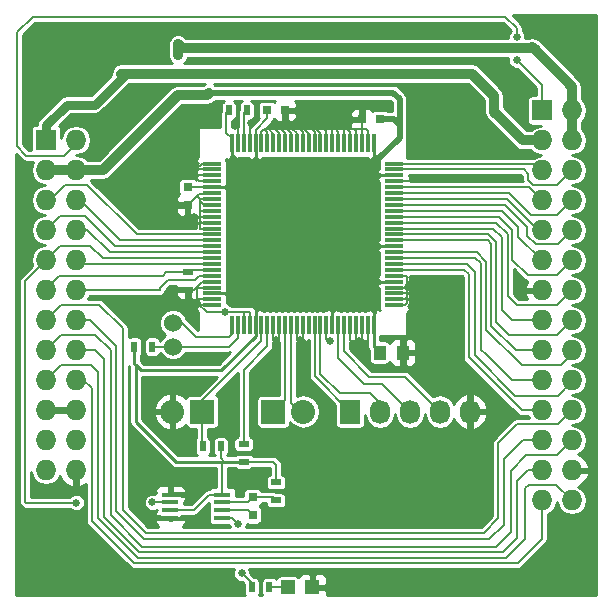
<source format=gtl>
G04 #@! TF.FileFunction,Copper,L1,Top,Signal*
%FSLAX46Y46*%
G04 Gerber Fmt 4.6, Leading zero omitted, Abs format (unit mm)*
G04 Created by KiCad (PCBNEW (2015-01-16 BZR 5376)-product) date 23/07/2015 12:13:06*
%MOMM*%
G01*
G04 APERTURE LIST*
%ADD10C,0.100000*%
%ADD11R,1.000000X1.250000*%
%ADD12R,0.750000X0.800000*%
%ADD13R,0.800000X0.750000*%
%ADD14R,2.032000X2.032000*%
%ADD15O,2.032000X2.032000*%
%ADD16R,1.727200X1.727200*%
%ADD17O,1.727200X1.727200*%
%ADD18C,1.524000*%
%ADD19R,1.727200X2.032000*%
%ADD20O,1.727200X2.032000*%
%ADD21R,0.900000X0.500000*%
%ADD22R,0.500000X0.900000*%
%ADD23R,1.500000X0.300000*%
%ADD24R,0.300000X1.500000*%
%ADD25R,1.198880X1.198880*%
%ADD26R,1.450000X0.450000*%
%ADD27C,0.885000*%
%ADD28C,0.635000*%
%ADD29C,6.000000*%
%ADD30C,0.885000*%
%ADD31C,0.508000*%
%ADD32C,0.200000*%
%ADD33C,0.381000*%
%ADD34C,0.254000*%
%ADD35C,0.762000*%
%ADD36C,0.220000*%
G04 APERTURE END LIST*
D10*
D11*
X91250000Y-89000000D03*
X93250000Y-89000000D03*
D12*
X75000000Y-75000000D03*
X75000000Y-76500000D03*
D13*
X81750000Y-68500000D03*
X83250000Y-68500000D03*
X91250000Y-69250000D03*
X89750000Y-69250000D03*
D14*
X76250000Y-94000000D03*
D15*
X73710000Y-94000000D03*
D16*
X105000000Y-68500000D03*
D17*
X107540000Y-68500000D03*
X105000000Y-71040000D03*
X107540000Y-71040000D03*
X105000000Y-73580000D03*
X107540000Y-73580000D03*
X105000000Y-76120000D03*
X107540000Y-76120000D03*
X105000000Y-78660000D03*
X107540000Y-78660000D03*
X105000000Y-81200000D03*
X107540000Y-81200000D03*
X105000000Y-83740000D03*
X107540000Y-83740000D03*
X105000000Y-86280000D03*
X107540000Y-86280000D03*
X105000000Y-88820000D03*
X107540000Y-88820000D03*
X105000000Y-91360000D03*
X107540000Y-91360000D03*
X105000000Y-93900000D03*
X107540000Y-93900000D03*
X105000000Y-96440000D03*
X107540000Y-96440000D03*
X105000000Y-98980000D03*
X107540000Y-98980000D03*
X105000000Y-101520000D03*
X107540000Y-101520000D03*
D18*
X73750000Y-86500000D03*
X73750000Y-88500000D03*
D19*
X88750000Y-94000000D03*
D20*
X91290000Y-94000000D03*
X93830000Y-94000000D03*
X96370000Y-94000000D03*
X98910000Y-94000000D03*
D14*
X82250000Y-94000000D03*
D15*
X84790000Y-94000000D03*
D21*
X79750000Y-98250000D03*
X79750000Y-96750000D03*
D22*
X70500000Y-88500000D03*
X72000000Y-88500000D03*
X78500000Y-68500000D03*
X80000000Y-68500000D03*
D21*
X75050000Y-83700000D03*
X75050000Y-82200000D03*
D23*
X92450000Y-85000000D03*
X92450000Y-84500000D03*
X92450000Y-84000000D03*
X92450000Y-83500000D03*
X92450000Y-83000000D03*
X92450000Y-82500000D03*
X92450000Y-82000000D03*
X92450000Y-81500000D03*
X92450000Y-81000000D03*
X92450000Y-80500000D03*
X92450000Y-80000000D03*
X92450000Y-79500000D03*
X92450000Y-79000000D03*
X92450000Y-78500000D03*
X92450000Y-78000000D03*
X92450000Y-77500000D03*
X92450000Y-77000000D03*
X92450000Y-76500000D03*
X92450000Y-76000000D03*
X92450000Y-75500000D03*
X92450000Y-75000000D03*
X92450000Y-74500000D03*
X92450000Y-74000000D03*
X92450000Y-73500000D03*
X92450000Y-73000000D03*
D24*
X90750000Y-71300000D03*
X90250000Y-71300000D03*
X89750000Y-71300000D03*
X89250000Y-71300000D03*
X88750000Y-71300000D03*
X88250000Y-71300000D03*
X87750000Y-71300000D03*
X87250000Y-71300000D03*
X86750000Y-71300000D03*
X86250000Y-71300000D03*
X85750000Y-71300000D03*
X85250000Y-71300000D03*
X84750000Y-71300000D03*
X84250000Y-71300000D03*
X83750000Y-71300000D03*
X83250000Y-71300000D03*
X82750000Y-71300000D03*
X82250000Y-71300000D03*
X81750000Y-71300000D03*
X81250000Y-71300000D03*
X80750000Y-71300000D03*
X80250000Y-71300000D03*
X79750000Y-71300000D03*
X79250000Y-71300000D03*
X78750000Y-71300000D03*
D23*
X77050000Y-73000000D03*
X77050000Y-73500000D03*
X77050000Y-74000000D03*
X77050000Y-74500000D03*
X77050000Y-75000000D03*
X77050000Y-75500000D03*
X77050000Y-76000000D03*
X77050000Y-76500000D03*
X77050000Y-77000000D03*
X77050000Y-77500000D03*
X77050000Y-78000000D03*
X77050000Y-78500000D03*
X77050000Y-79000000D03*
X77050000Y-79500000D03*
X77050000Y-80000000D03*
X77050000Y-80500000D03*
X77050000Y-81000000D03*
X77050000Y-81500000D03*
X77050000Y-82000000D03*
X77050000Y-82500000D03*
X77050000Y-83000000D03*
X77050000Y-83500000D03*
X77050000Y-84000000D03*
X77050000Y-84500000D03*
X77050000Y-85000000D03*
D24*
X78750000Y-86700000D03*
X79250000Y-86700000D03*
X79750000Y-86700000D03*
X80250000Y-86700000D03*
X80750000Y-86700000D03*
X81250000Y-86700000D03*
X81750000Y-86700000D03*
X82250000Y-86700000D03*
X82750000Y-86700000D03*
X83250000Y-86700000D03*
X83750000Y-86700000D03*
X84250000Y-86700000D03*
X84750000Y-86700000D03*
X85250000Y-86700000D03*
X85750000Y-86700000D03*
X86250000Y-86700000D03*
X86750000Y-86700000D03*
X87250000Y-86700000D03*
X87750000Y-86700000D03*
X88250000Y-86700000D03*
X88750000Y-86700000D03*
X89250000Y-86700000D03*
X89750000Y-86700000D03*
X90250000Y-86700000D03*
X90750000Y-86700000D03*
D16*
X63000000Y-71000000D03*
D17*
X65540000Y-71000000D03*
X63000000Y-73540000D03*
X65540000Y-73540000D03*
X63000000Y-76080000D03*
X65540000Y-76080000D03*
X63000000Y-78620000D03*
X65540000Y-78620000D03*
X63000000Y-81160000D03*
X65540000Y-81160000D03*
X63000000Y-83700000D03*
X65540000Y-83700000D03*
X63000000Y-86240000D03*
X65540000Y-86240000D03*
X63000000Y-88780000D03*
X65540000Y-88780000D03*
X63000000Y-91320000D03*
X65540000Y-91320000D03*
X63000000Y-93860000D03*
X65540000Y-93860000D03*
X63000000Y-96400000D03*
X65540000Y-96400000D03*
X63000000Y-98940000D03*
X65540000Y-98940000D03*
D22*
X77800000Y-96950000D03*
X76300000Y-96950000D03*
D12*
X80500000Y-101250000D03*
X80500000Y-102750000D03*
D25*
X85574020Y-108875000D03*
X83475980Y-108875000D03*
D22*
X80425000Y-108875000D03*
X81925000Y-108875000D03*
D21*
X82500000Y-100000000D03*
X82500000Y-101500000D03*
D26*
X73550000Y-101025000D03*
X73550000Y-101675000D03*
X73550000Y-102325000D03*
X73550000Y-102975000D03*
X77950000Y-102975000D03*
X77950000Y-102325000D03*
X77950000Y-101675000D03*
X77950000Y-101025000D03*
D27*
X74200000Y-62900000D03*
X74200000Y-63850000D03*
X75650000Y-67200000D03*
X74150000Y-67200000D03*
D28*
X86550000Y-84750000D03*
X90650000Y-79450000D03*
D29*
X64000000Y-106000000D03*
X64000000Y-64000000D03*
D28*
X75400000Y-73425000D03*
X75570000Y-77550000D03*
X79050000Y-69850000D03*
X80400000Y-69600000D03*
X85600000Y-69525000D03*
X93700000Y-83425000D03*
X89550000Y-88025000D03*
X87025000Y-88000000D03*
X84500000Y-87950000D03*
X82500000Y-87900000D03*
X78200000Y-85600000D03*
X75825000Y-84800000D03*
X76050000Y-103050000D03*
X83375000Y-102525000D03*
X70975000Y-97025000D03*
X75675000Y-101175000D03*
X74650000Y-97050000D03*
D27*
X97325000Y-69150000D03*
D28*
X95975000Y-74250000D03*
D27*
X102325000Y-66875000D03*
X69475000Y-68475000D03*
X72225000Y-77950000D03*
X71325000Y-85025000D03*
D28*
X72025000Y-101675000D03*
X65575000Y-101700000D03*
X102850000Y-64225000D03*
X102875000Y-62275000D03*
X79275000Y-103475000D03*
X79575000Y-107700000D03*
D30*
X107540000Y-71040000D02*
X107540000Y-68500000D01*
X107540000Y-68500000D02*
X107540000Y-66490000D01*
X107540000Y-66490000D02*
X104300000Y-63250000D01*
X104300000Y-63250000D02*
X74550000Y-63250000D01*
X74550000Y-63250000D02*
X74200000Y-62900000D01*
X74200000Y-62900000D02*
X74200000Y-63850000D01*
X74300000Y-67200000D02*
X74150000Y-67200000D01*
X65540000Y-73540000D02*
X67810000Y-73540000D01*
D31*
X76850000Y-67000000D02*
X92400000Y-67000000D01*
X92400000Y-67000000D02*
X92950000Y-67550000D01*
X92950000Y-67550000D02*
X92950000Y-69750000D01*
D30*
X76650000Y-67200000D02*
X76850000Y-67000000D01*
X74300000Y-67200000D02*
X75650000Y-67200000D01*
X75650000Y-67200000D02*
X76650000Y-67200000D01*
X67810000Y-73540000D02*
X74150000Y-67200000D01*
D32*
X77800000Y-96950000D02*
X77800000Y-97950000D01*
X77800000Y-97950000D02*
X78100000Y-98250000D01*
X79750000Y-98250000D02*
X82250000Y-98250000D01*
D31*
X91250000Y-69250000D02*
X92450000Y-69250000D01*
X92450000Y-69250000D02*
X92950000Y-69750000D01*
D32*
X78750000Y-71300000D02*
X78750000Y-70850000D01*
X78750000Y-70850000D02*
X78275000Y-70375000D01*
X78275000Y-70375000D02*
X78275000Y-68725000D01*
X78275000Y-68725000D02*
X78500000Y-68500000D01*
X80750000Y-71300000D02*
X80750000Y-70175000D01*
X81750000Y-69175000D02*
X81750000Y-68500000D01*
X80750000Y-70175000D02*
X81750000Y-69175000D01*
X75000000Y-75000000D02*
X77050000Y-75000000D01*
D33*
X86550000Y-84750000D02*
X86550000Y-85000000D01*
X86550000Y-84750000D02*
X86550000Y-85000000D01*
D34*
X79750000Y-98250000D02*
X78100000Y-98250000D01*
X77750000Y-98250000D02*
X74000000Y-98250000D01*
X78100000Y-98250000D02*
X77750000Y-98250000D01*
X70600000Y-94850000D02*
X70600000Y-90050000D01*
X74000000Y-98250000D02*
X70600000Y-94850000D01*
X80750000Y-86700000D02*
X80750000Y-87600000D01*
X80750000Y-87600000D02*
X77850000Y-90500000D01*
X77850000Y-90500000D02*
X71050000Y-90500000D01*
X71050000Y-90500000D02*
X70600000Y-90050000D01*
X70500000Y-89950000D02*
X70500000Y-88500000D01*
X70600000Y-90050000D02*
X70500000Y-89950000D01*
X77050000Y-75000000D02*
X78150000Y-75000000D01*
X78150000Y-75000000D02*
X78500000Y-74650000D01*
X78750000Y-71300000D02*
X78750000Y-72250000D01*
X78750000Y-72250000D02*
X79500000Y-73000000D01*
X80750000Y-71300000D02*
X80750000Y-73000000D01*
X80750000Y-73000000D02*
X80750000Y-72750000D01*
X80750000Y-72750000D02*
X80750000Y-73000000D01*
X92450000Y-74000000D02*
X91100000Y-74000000D01*
X91100000Y-74000000D02*
X90650000Y-73550000D01*
X90750000Y-71300000D02*
X90750000Y-72200000D01*
X90750000Y-72200000D02*
X91150000Y-72600000D01*
X92450000Y-80000000D02*
X90650000Y-80000000D01*
X90650000Y-80000000D02*
X90800000Y-80000000D01*
X90800000Y-80000000D02*
X90650000Y-80000000D01*
X92450000Y-83000000D02*
X91050000Y-83000000D01*
X91050000Y-83000000D02*
X90650000Y-83400000D01*
X87250000Y-86700000D02*
X87250000Y-85000000D01*
X87250000Y-85000000D02*
X87250000Y-85150000D01*
X87250000Y-85150000D02*
X87250000Y-85000000D01*
X90750000Y-86700000D02*
X90750000Y-88500000D01*
X90750000Y-88500000D02*
X91250000Y-89000000D01*
X90750000Y-86700000D02*
X90750000Y-84800000D01*
X90750000Y-84800000D02*
X90650000Y-84700000D01*
X80750000Y-86700000D02*
X80750000Y-85350000D01*
X80750000Y-85350000D02*
X80400000Y-85000000D01*
X78500000Y-84000000D02*
X77050000Y-84000000D01*
D31*
X90650000Y-73100000D02*
X90650000Y-73550000D01*
X90650000Y-73550000D02*
X90650000Y-79450000D01*
X90650000Y-79450000D02*
X90650000Y-80000000D01*
X90650000Y-80000000D02*
X90650000Y-83400000D01*
X90650000Y-83400000D02*
X90650000Y-84700000D01*
X90750000Y-73000000D02*
X90650000Y-73100000D01*
X92950000Y-69750000D02*
X92950000Y-70800000D01*
X92950000Y-70800000D02*
X91150000Y-72600000D01*
X91150000Y-72600000D02*
X90750000Y-73000000D01*
X79500000Y-73000000D02*
X80750000Y-73000000D01*
X80750000Y-73000000D02*
X90750000Y-73000000D01*
X78500000Y-74000000D02*
X79500000Y-73000000D01*
X78500000Y-84700000D02*
X78500000Y-84000000D01*
X78500000Y-84000000D02*
X78500000Y-74650000D01*
X78500000Y-74650000D02*
X78500000Y-74000000D01*
X78800000Y-85000000D02*
X78500000Y-84700000D01*
X90350000Y-85000000D02*
X87250000Y-85000000D01*
X87250000Y-85000000D02*
X86550000Y-85000000D01*
X86550000Y-85000000D02*
X80400000Y-85000000D01*
X80400000Y-85000000D02*
X78800000Y-85000000D01*
X90650000Y-84700000D02*
X90350000Y-85000000D01*
D30*
X63000000Y-73540000D02*
X65540000Y-73540000D01*
X104200000Y-63150000D02*
X104300000Y-63250000D01*
D32*
X77950000Y-98250000D02*
X77750000Y-98250000D01*
X77950000Y-101025000D02*
X77950000Y-98250000D01*
X82500000Y-98500000D02*
X82250000Y-98250000D01*
X82500000Y-100000000D02*
X82500000Y-98500000D01*
X75500000Y-102325000D02*
X76800000Y-101025000D01*
X76800000Y-101025000D02*
X77950000Y-101025000D01*
X73550000Y-102325000D02*
X75500000Y-102325000D01*
X75650000Y-73550000D02*
X75525000Y-73550000D01*
X75400000Y-73425000D02*
X75525000Y-73550000D01*
X76040000Y-77550000D02*
X75570000Y-77550000D01*
X75570000Y-77550000D02*
X75560000Y-77540000D01*
X77050000Y-78500000D02*
X76070000Y-78500000D01*
X76040000Y-78470000D02*
X76040000Y-77860000D01*
X76070000Y-78500000D02*
X76040000Y-78470000D01*
X77050000Y-78000000D02*
X76180000Y-78000000D01*
X76040000Y-77860000D02*
X76040000Y-77550000D01*
X76040000Y-77550000D02*
X76040000Y-77440000D01*
X76180000Y-78000000D02*
X76040000Y-77860000D01*
X77050000Y-77500000D02*
X76100000Y-77500000D01*
X76040000Y-77440000D02*
X76040000Y-76970000D01*
X76100000Y-77500000D02*
X76040000Y-77440000D01*
X77050000Y-77000000D02*
X76070000Y-77000000D01*
X76040000Y-76970000D02*
X76040000Y-76190000D01*
X76070000Y-77000000D02*
X76040000Y-76970000D01*
X77050000Y-76500000D02*
X76350000Y-76500000D01*
X76350000Y-76500000D02*
X76040000Y-76190000D01*
X76040000Y-76190000D02*
X76040000Y-76000000D01*
X77050000Y-76000000D02*
X76040000Y-76000000D01*
X76040000Y-76000000D02*
X75790000Y-75750000D01*
X75000000Y-76500000D02*
X75040000Y-76500000D01*
X75040000Y-76500000D02*
X75790000Y-75750000D01*
X75790000Y-75750000D02*
X75960000Y-75580000D01*
X75960000Y-75580000D02*
X76970000Y-75580000D01*
X76970000Y-75580000D02*
X77050000Y-75500000D01*
X77050000Y-74000000D02*
X75650000Y-74000000D01*
X75575000Y-73800000D02*
X75650000Y-73800000D01*
X75575000Y-73925000D02*
X75575000Y-73800000D01*
X75650000Y-74000000D02*
X75575000Y-73925000D01*
X77050000Y-73500000D02*
X75700000Y-73500000D01*
X75700000Y-73500000D02*
X75650000Y-73550000D01*
X77050000Y-74500000D02*
X76000000Y-74500000D01*
X76200000Y-73000000D02*
X77050000Y-73000000D01*
X75650000Y-73550000D02*
X76200000Y-73000000D01*
X75650000Y-74150000D02*
X75650000Y-73800000D01*
X75650000Y-73800000D02*
X75650000Y-73550000D01*
X76000000Y-74500000D02*
X75650000Y-74150000D01*
X79050000Y-69850000D02*
X79250000Y-70050000D01*
X79250000Y-70300000D02*
X79250000Y-71300000D01*
X79250000Y-70300000D02*
X79250000Y-70050000D01*
X80400000Y-69600000D02*
X80250000Y-69750000D01*
X80250000Y-69750000D02*
X80250000Y-70050000D01*
X85600000Y-70200000D02*
X85600000Y-69525000D01*
X85600000Y-69525000D02*
X85625000Y-69500000D01*
X83250000Y-68500000D02*
X83250000Y-69700000D01*
X83250000Y-69700000D02*
X83625000Y-70075000D01*
X89750000Y-70125000D02*
X89750000Y-69250000D01*
X80250000Y-71300000D02*
X80250000Y-70050000D01*
X80250000Y-70050000D02*
X80275000Y-70075000D01*
X82250000Y-71300000D02*
X82250000Y-70475000D01*
X82250000Y-70475000D02*
X81850000Y-70075000D01*
X81750000Y-71300000D02*
X81750000Y-70350000D01*
X81750000Y-70350000D02*
X81475000Y-70075000D01*
X82750000Y-71300000D02*
X82750000Y-70450000D01*
X82750000Y-70450000D02*
X82375000Y-70075000D01*
X83250000Y-71300000D02*
X83250000Y-70425000D01*
X83250000Y-70425000D02*
X82900000Y-70075000D01*
X83750000Y-71300000D02*
X83750000Y-70425000D01*
X83750000Y-70425000D02*
X83400000Y-70075000D01*
X84250000Y-71300000D02*
X84250000Y-70450000D01*
X84250000Y-70450000D02*
X83875000Y-70075000D01*
X84750000Y-71300000D02*
X84750000Y-70350000D01*
X84750000Y-70350000D02*
X84475000Y-70075000D01*
X85250000Y-71300000D02*
X85250000Y-70475000D01*
X85250000Y-70475000D02*
X84850000Y-70075000D01*
X85750000Y-71300000D02*
X85750000Y-70350000D01*
X85750000Y-70350000D02*
X85600000Y-70200000D01*
X85600000Y-70200000D02*
X85475000Y-70075000D01*
X86250000Y-71300000D02*
X86250000Y-70425000D01*
X86250000Y-70425000D02*
X85900000Y-70075000D01*
X86750000Y-71300000D02*
X86750000Y-70250000D01*
X86750000Y-70250000D02*
X86575000Y-70075000D01*
X87250000Y-71300000D02*
X87250000Y-70200000D01*
X87250000Y-70200000D02*
X87125000Y-70075000D01*
X87750000Y-71300000D02*
X87750000Y-70300000D01*
X87750000Y-70300000D02*
X87525000Y-70075000D01*
X88250000Y-71300000D02*
X88250000Y-70125000D01*
X88250000Y-70125000D02*
X88200000Y-70075000D01*
X88750000Y-71300000D02*
X88750000Y-70325000D01*
X88750000Y-70325000D02*
X88500000Y-70075000D01*
X89250000Y-71300000D02*
X89250000Y-70250000D01*
X89250000Y-70250000D02*
X89075000Y-70075000D01*
X89750000Y-71300000D02*
X89750000Y-70125000D01*
X89750000Y-70125000D02*
X89750000Y-70075000D01*
X89750000Y-70075000D02*
X89750000Y-70175000D01*
X89750000Y-70175000D02*
X89750000Y-70075000D01*
X81250000Y-71300000D02*
X81250000Y-70300000D01*
X90250000Y-70250000D02*
X90250000Y-71300000D01*
X90075000Y-70075000D02*
X90250000Y-70250000D01*
X81475000Y-70075000D02*
X81850000Y-70075000D01*
X81850000Y-70075000D02*
X82375000Y-70075000D01*
X82375000Y-70075000D02*
X82900000Y-70075000D01*
X82900000Y-70075000D02*
X83400000Y-70075000D01*
X83400000Y-70075000D02*
X83625000Y-70075000D01*
X83625000Y-70075000D02*
X83875000Y-70075000D01*
X83875000Y-70075000D02*
X84475000Y-70075000D01*
X84475000Y-70075000D02*
X84850000Y-70075000D01*
X84850000Y-70075000D02*
X85475000Y-70075000D01*
X85475000Y-70075000D02*
X85900000Y-70075000D01*
X85900000Y-70075000D02*
X86575000Y-70075000D01*
X86575000Y-70075000D02*
X87125000Y-70075000D01*
X87125000Y-70075000D02*
X87525000Y-70075000D01*
X87525000Y-70075000D02*
X88200000Y-70075000D01*
X88200000Y-70075000D02*
X88500000Y-70075000D01*
X88500000Y-70075000D02*
X89075000Y-70075000D01*
X89075000Y-70075000D02*
X89750000Y-70075000D01*
X89750000Y-70075000D02*
X90075000Y-70075000D01*
X81250000Y-70300000D02*
X81475000Y-70075000D01*
X92450000Y-83500000D02*
X93625000Y-83500000D01*
X93700000Y-83425000D02*
X93600000Y-83425000D01*
X93600000Y-83525000D02*
X93700000Y-83425000D01*
X93625000Y-83500000D02*
X93600000Y-83525000D01*
X92450000Y-84500000D02*
X93375000Y-84500000D01*
X93375000Y-84500000D02*
X93600000Y-84275000D01*
X92450000Y-84000000D02*
X93450000Y-84000000D01*
X93450000Y-84000000D02*
X93600000Y-83850000D01*
X92450000Y-82500000D02*
X93500000Y-82500000D01*
X93425000Y-85000000D02*
X92450000Y-85000000D01*
X93600000Y-84825000D02*
X93425000Y-85000000D01*
X93600000Y-82600000D02*
X93600000Y-83425000D01*
X93600000Y-83425000D02*
X93600000Y-83850000D01*
X93600000Y-83850000D02*
X93600000Y-84275000D01*
X93600000Y-84275000D02*
X93600000Y-84525000D01*
X93600000Y-84525000D02*
X93600000Y-84825000D01*
X93500000Y-82500000D02*
X93600000Y-82600000D01*
X89750000Y-86700000D02*
X89750000Y-87825000D01*
X89750000Y-87825000D02*
X89550000Y-88025000D01*
X89250000Y-86700000D02*
X89250000Y-87900000D01*
X89250000Y-87900000D02*
X89375000Y-88025000D01*
X88750000Y-87950000D02*
X88775000Y-87950000D01*
X90250000Y-88025000D02*
X89550000Y-88025000D01*
X89550000Y-88025000D02*
X89375000Y-88025000D01*
X88750000Y-86700000D02*
X88750000Y-87950000D01*
X90250000Y-88025000D02*
X90250000Y-86700000D01*
X88850000Y-88025000D02*
X89375000Y-88025000D01*
X88775000Y-87950000D02*
X88850000Y-88025000D01*
X87025000Y-88000000D02*
X86925000Y-88000000D01*
X86750000Y-87825000D02*
X86925000Y-88000000D01*
X86925000Y-88000000D02*
X87025000Y-88000000D01*
X86750000Y-86700000D02*
X86750000Y-87825000D01*
X84250000Y-86700000D02*
X84250000Y-87950000D01*
X84775000Y-87875000D02*
X84775000Y-86725000D01*
X84700000Y-87950000D02*
X84775000Y-87875000D01*
X84250000Y-87950000D02*
X84500000Y-87950000D01*
X84500000Y-87950000D02*
X84700000Y-87950000D01*
X84775000Y-86725000D02*
X84750000Y-86700000D01*
X82250000Y-86700000D02*
X82250000Y-87875000D01*
X82750000Y-87825000D02*
X82750000Y-86700000D01*
X82675000Y-87900000D02*
X82750000Y-87825000D01*
X82275000Y-87900000D02*
X82500000Y-87900000D01*
X82500000Y-87900000D02*
X82525000Y-87900000D01*
X82525000Y-87900000D02*
X82675000Y-87900000D01*
X82250000Y-87875000D02*
X82275000Y-87900000D01*
X79850000Y-85600000D02*
X78200000Y-85600000D01*
X78200000Y-85600000D02*
X76625000Y-85600000D01*
X76025000Y-85000000D02*
X75825000Y-84800000D01*
X77050000Y-85000000D02*
X76025000Y-85000000D01*
X75825000Y-84800000D02*
X75825000Y-84350000D01*
X76625000Y-85600000D02*
X75825000Y-84800000D01*
X79750000Y-86700000D02*
X79750000Y-85700000D01*
X80250000Y-85675000D02*
X80250000Y-86700000D01*
X80175000Y-85600000D02*
X80250000Y-85675000D01*
X79850000Y-85600000D02*
X80175000Y-85600000D01*
X79750000Y-85700000D02*
X79850000Y-85600000D01*
X77050000Y-84500000D02*
X75975000Y-84500000D01*
X75825000Y-84350000D02*
X75825000Y-83500000D01*
X75975000Y-84500000D02*
X75825000Y-84350000D01*
X77050000Y-83500000D02*
X75825000Y-83500000D01*
X75825000Y-83500000D02*
X75750000Y-83500000D01*
X75700000Y-83500000D02*
X75700000Y-83550000D01*
X75750000Y-83500000D02*
X75700000Y-83500000D01*
X77050000Y-83000000D02*
X76250000Y-83000000D01*
X75550000Y-83700000D02*
X75050000Y-83700000D01*
X76250000Y-83000000D02*
X75700000Y-83550000D01*
X75700000Y-83550000D02*
X75550000Y-83700000D01*
X75975000Y-102975000D02*
X76050000Y-103050000D01*
X75975000Y-102975000D02*
X73550000Y-102975000D01*
X75675000Y-100200000D02*
X74275000Y-98800000D01*
X74275000Y-98800000D02*
X72750000Y-98800000D01*
X72750000Y-98800000D02*
X70975000Y-97025000D01*
X75675000Y-101175000D02*
X75675000Y-100200000D01*
X95725000Y-74500000D02*
X92450000Y-74500000D01*
X95975000Y-74250000D02*
X95725000Y-74500000D01*
D30*
X105000000Y-71040000D02*
X103390000Y-71040000D01*
X96275000Y-65375000D02*
X69750000Y-65375000D01*
X99075000Y-65375000D02*
X96275000Y-65375000D01*
X100950000Y-67250000D02*
X99075000Y-65375000D01*
X100950000Y-68600000D02*
X100950000Y-67250000D01*
X103390000Y-71040000D02*
X100950000Y-68600000D01*
D35*
X63000000Y-71000000D02*
X63000000Y-69775000D01*
X67125000Y-68000000D02*
X69750000Y-65375000D01*
X64775000Y-68000000D02*
X67125000Y-68000000D01*
X63000000Y-69775000D02*
X64775000Y-68000000D01*
D30*
X69350000Y-65375000D02*
X69750000Y-65375000D01*
D32*
X92450000Y-73000000D02*
X104420000Y-73000000D01*
X104420000Y-73000000D02*
X105000000Y-73580000D01*
X102475000Y-73500000D02*
X103450000Y-73500000D01*
X106295000Y-74825000D02*
X107540000Y-73580000D01*
X104275000Y-74825000D02*
X106295000Y-74825000D01*
X103850000Y-74400000D02*
X104275000Y-74825000D01*
X103850000Y-73900000D02*
X103850000Y-74400000D01*
X103450000Y-73500000D02*
X103850000Y-73900000D01*
X102375000Y-73500000D02*
X102475000Y-73500000D01*
X102475000Y-73500000D02*
X102650000Y-73500000D01*
X102450000Y-73500000D02*
X102375000Y-73500000D01*
X102375000Y-73500000D02*
X92450000Y-73500000D01*
X102175000Y-75000000D02*
X103880000Y-75000000D01*
X103880000Y-75000000D02*
X105000000Y-76120000D01*
X92450000Y-75000000D02*
X102175000Y-75000000D01*
X102175000Y-75000000D02*
X102200000Y-75000000D01*
X101675000Y-75500000D02*
X102225000Y-75500000D01*
X106310000Y-77350000D02*
X107540000Y-76120000D01*
X104075000Y-77350000D02*
X106310000Y-77350000D01*
X102225000Y-75500000D02*
X104075000Y-77350000D01*
X92450000Y-75500000D02*
X101675000Y-75500000D01*
X101675000Y-75500000D02*
X101800000Y-75500000D01*
X101125000Y-76000000D02*
X102025000Y-76000000D01*
X102025000Y-76000000D02*
X104685000Y-78660000D01*
X104685000Y-78660000D02*
X105000000Y-78660000D01*
X92450000Y-76000000D02*
X101125000Y-76000000D01*
X101125000Y-76000000D02*
X101150000Y-76000000D01*
X100525000Y-76500000D02*
X101875000Y-76500000D01*
X106350000Y-79850000D02*
X107540000Y-78660000D01*
X104475000Y-79850000D02*
X106350000Y-79850000D01*
X103775000Y-79150000D02*
X104475000Y-79850000D01*
X103775000Y-78400000D02*
X103775000Y-79150000D01*
X101875000Y-76500000D02*
X103775000Y-78400000D01*
X92450000Y-76500000D02*
X100525000Y-76500000D01*
X100525000Y-76500000D02*
X100550000Y-76500000D01*
X100150000Y-77000000D02*
X101650000Y-77000000D01*
X103000000Y-79200000D02*
X105000000Y-81200000D01*
X103000000Y-78350000D02*
X103000000Y-79200000D01*
X101650000Y-77000000D02*
X103000000Y-78350000D01*
X92450000Y-77000000D02*
X100150000Y-77000000D01*
X100150000Y-77000000D02*
X100300000Y-77000000D01*
X99600000Y-77500000D02*
X101375000Y-77500000D01*
X106315000Y-82425000D02*
X107540000Y-81200000D01*
X103800000Y-82425000D02*
X106315000Y-82425000D01*
X102500000Y-81125000D02*
X103800000Y-82425000D01*
X102500000Y-78625000D02*
X102500000Y-81125000D01*
X101375000Y-77500000D02*
X102500000Y-78625000D01*
X92450000Y-77500000D02*
X99600000Y-77500000D01*
X99600000Y-77500000D02*
X99850000Y-77500000D01*
X99250000Y-78000000D02*
X101125000Y-78000000D01*
X106305000Y-84975000D02*
X107540000Y-83740000D01*
X102850000Y-84975000D02*
X106305000Y-84975000D01*
X102099998Y-84224998D02*
X102850000Y-84975000D01*
X102099998Y-78974998D02*
X102099998Y-84224998D01*
X101125000Y-78000000D02*
X102099998Y-78974998D01*
X92450000Y-78000000D02*
X99250000Y-78000000D01*
X99250000Y-78000000D02*
X99350000Y-78000000D01*
X105000000Y-86280000D02*
X102455000Y-86280000D01*
X98950000Y-78500000D02*
X92450000Y-78500000D01*
X100875000Y-78500000D02*
X98950000Y-78500000D01*
X101600000Y-79225000D02*
X100875000Y-78500000D01*
X101600000Y-85425000D02*
X101600000Y-79225000D01*
X102455000Y-86280000D02*
X101600000Y-85425000D01*
X98650000Y-79000000D02*
X100475000Y-79000000D01*
X106295000Y-87525000D02*
X107540000Y-86280000D01*
X102200000Y-87525000D02*
X106295000Y-87525000D01*
X101125000Y-86450000D02*
X102200000Y-87525000D01*
X101125000Y-79650000D02*
X101125000Y-86450000D01*
X100475000Y-79000000D02*
X101125000Y-79650000D01*
X92450000Y-79000000D02*
X98650000Y-79000000D01*
X98650000Y-79000000D02*
X98850000Y-79000000D01*
X98600000Y-79500000D02*
X100400000Y-79500000D01*
X102795000Y-88820000D02*
X105000000Y-88820000D01*
X100700000Y-86725000D02*
X102795000Y-88820000D01*
X100700000Y-79800000D02*
X100700000Y-86725000D01*
X100400000Y-79500000D02*
X100700000Y-79800000D01*
X98650000Y-79500000D02*
X98600000Y-79500000D01*
X98600000Y-79500000D02*
X92450000Y-79500000D01*
X107540000Y-88820000D02*
X107540000Y-89110000D01*
X107540000Y-89110000D02*
X106600000Y-90050000D01*
X106600000Y-90050000D02*
X103275000Y-90050000D01*
X103275000Y-90050000D02*
X100275000Y-87050000D01*
X100275000Y-87050000D02*
X100275000Y-81299998D01*
X100275000Y-81299998D02*
X99475002Y-80500000D01*
X99475002Y-80500000D02*
X98999998Y-80500000D01*
X92450000Y-80500000D02*
X98999998Y-80500000D01*
X99825000Y-83025000D02*
X99825000Y-88750000D01*
X102435000Y-91360000D02*
X100225000Y-89150000D01*
X105000000Y-91360000D02*
X102435000Y-91360000D01*
X99374998Y-81000000D02*
X99825000Y-81450002D01*
X99825000Y-81450002D02*
X99825000Y-83025000D01*
X99374998Y-81000000D02*
X98525000Y-81000000D01*
X99825000Y-88750000D02*
X100225000Y-89150000D01*
X92450000Y-81000000D02*
X98525000Y-81000000D01*
X98525000Y-81000000D02*
X98550000Y-81000000D01*
X107540000Y-91360000D02*
X107540000Y-91435000D01*
X107540000Y-91435000D02*
X106325000Y-92650000D01*
X106325000Y-92650000D02*
X102750000Y-92650000D01*
X102750000Y-92650000D02*
X99325000Y-89225000D01*
X99325000Y-89225000D02*
X99325000Y-82150000D01*
X99325000Y-82150000D02*
X98675000Y-81500000D01*
X98675000Y-81500000D02*
X98484312Y-81500000D01*
X92450000Y-81500000D02*
X98484312Y-81500000D01*
X98350000Y-82000000D02*
X98425000Y-82000000D01*
X92450000Y-82000000D02*
X98350000Y-82000000D01*
X103300000Y-93900000D02*
X105000000Y-93900000D01*
X98800000Y-89400000D02*
X103300000Y-93900000D01*
X98800000Y-82375000D02*
X98800000Y-89400000D01*
X98425000Y-82000000D02*
X98800000Y-82375000D01*
X102850000Y-95075000D02*
X106365000Y-95075000D01*
X106365000Y-95075000D02*
X107540000Y-93900000D01*
X101275000Y-99025000D02*
X101275000Y-96650000D01*
X101275000Y-96650000D02*
X102850000Y-95075000D01*
X69500000Y-90250000D02*
X69500000Y-86950000D01*
X64290000Y-84950000D02*
X63000000Y-86240000D01*
X67500000Y-84950000D02*
X64290000Y-84950000D01*
X69500000Y-86950000D02*
X67500000Y-84950000D01*
X101275000Y-99000000D02*
X101275000Y-99025000D01*
X69500000Y-90250000D02*
X69500000Y-90175000D01*
X69500000Y-102300000D02*
X71450000Y-104250000D01*
X71450000Y-104250000D02*
X76975000Y-104250000D01*
X101275000Y-101550000D02*
X101275000Y-103050000D01*
X101275000Y-101550000D02*
X101275000Y-99025000D01*
X100075000Y-104250000D02*
X76975000Y-104250000D01*
X101275000Y-103050000D02*
X100075000Y-104250000D01*
X69500000Y-90250000D02*
X69500000Y-99500000D01*
X69500000Y-99500000D02*
X69500000Y-102300000D01*
X101750000Y-100225000D02*
X101750000Y-98050000D01*
X103360000Y-96440000D02*
X105000000Y-96440000D01*
X101750000Y-98050000D02*
X103360000Y-96440000D01*
X68950000Y-91800000D02*
X68950000Y-88450000D01*
X66740000Y-86240000D02*
X65540000Y-86240000D01*
X68950000Y-88450000D02*
X66740000Y-86240000D01*
X68950000Y-91725000D02*
X68950000Y-91800000D01*
X68950000Y-99600000D02*
X68950000Y-99725000D01*
X68950000Y-91800000D02*
X68950000Y-99600000D01*
X101750000Y-100225000D02*
X101750000Y-100190000D01*
X100500000Y-104825000D02*
X101750000Y-103575000D01*
X101750000Y-103575000D02*
X101750000Y-101775000D01*
X68950000Y-102450000D02*
X68950000Y-99600000D01*
X71325000Y-104825000D02*
X74100000Y-104825000D01*
X68950000Y-102450000D02*
X71325000Y-104825000D01*
X101750000Y-100225000D02*
X101750000Y-101775000D01*
X74100000Y-104825000D02*
X100500000Y-104825000D01*
X103650000Y-97700000D02*
X106280000Y-97700000D01*
X106280000Y-97700000D02*
X107540000Y-96440000D01*
X102350000Y-100300000D02*
X102350000Y-99000000D01*
X102350000Y-99000000D02*
X103650000Y-97700000D01*
X68500000Y-92250000D02*
X68500000Y-88800000D01*
X64280000Y-87500000D02*
X63000000Y-88780000D01*
X67200000Y-87500000D02*
X64280000Y-87500000D01*
X68500000Y-88800000D02*
X67200000Y-87500000D01*
X68500000Y-92250000D02*
X68500000Y-92125000D01*
X102350000Y-100250000D02*
X102350000Y-100300000D01*
X102350000Y-104200000D02*
X101125000Y-105425000D01*
X101125000Y-105425000D02*
X71150002Y-105425000D01*
X71150002Y-105425000D02*
X68500000Y-102774998D01*
X68500000Y-102774998D02*
X68500000Y-100500000D01*
X102350000Y-102125000D02*
X102350000Y-100300000D01*
X68500000Y-92250000D02*
X68500000Y-100500000D01*
X102350000Y-102125000D02*
X102350000Y-104200000D01*
X105000000Y-98980000D02*
X103820000Y-98980000D01*
X102900000Y-102325000D02*
X102900000Y-100525000D01*
X102900000Y-102425000D02*
X102900000Y-102325000D01*
X102900000Y-99900000D02*
X102900000Y-100525000D01*
X103820000Y-98980000D02*
X102900000Y-99900000D01*
X70865688Y-105900000D02*
X67925000Y-102959312D01*
X67925000Y-102959312D02*
X67925000Y-100875000D01*
X102900000Y-104675000D02*
X102900000Y-102325000D01*
X101675000Y-105900000D02*
X93600000Y-105900000D01*
X102900000Y-104675000D02*
X101675000Y-105900000D01*
X65540000Y-88780000D02*
X67180000Y-88780000D01*
X67925000Y-93050000D02*
X67925000Y-100875000D01*
X67925000Y-89525000D02*
X67925000Y-93050000D01*
X67180000Y-88780000D02*
X67925000Y-89525000D01*
X93600000Y-105900000D02*
X70865688Y-105900000D01*
X65540000Y-76080000D02*
X65880000Y-76080000D01*
X65880000Y-76080000D02*
X69300000Y-79500000D01*
X69300000Y-79500000D02*
X77050000Y-79500000D01*
X73450000Y-82850000D02*
X73300000Y-82850000D01*
X77050000Y-82500000D02*
X76000000Y-82500000D01*
X75650000Y-82850000D02*
X73450000Y-82850000D01*
X76000000Y-82500000D02*
X75650000Y-82850000D01*
X72650000Y-83700000D02*
X65540000Y-83700000D01*
X72650000Y-83500000D02*
X72650000Y-83700000D01*
X73300000Y-82850000D02*
X72650000Y-83500000D01*
X65540000Y-78620000D02*
X66520000Y-78620000D01*
X68400000Y-80500000D02*
X77050000Y-80500000D01*
X66520000Y-78620000D02*
X68400000Y-80500000D01*
X77050000Y-81000000D02*
X67800000Y-81000000D01*
X64210000Y-79950000D02*
X63000000Y-81160000D01*
X66750000Y-79950000D02*
X64210000Y-79950000D01*
X67800000Y-81000000D02*
X66750000Y-79950000D01*
X65575000Y-101700000D02*
X65550000Y-101725000D01*
X65550000Y-101725000D02*
X61300000Y-101725000D01*
X61300000Y-101725000D02*
X61225000Y-101650000D01*
X61225000Y-101650000D02*
X61225000Y-82935000D01*
X61225000Y-82935000D02*
X63000000Y-81160000D01*
X73550000Y-101675000D02*
X72025000Y-101675000D01*
X77050000Y-81500000D02*
X65880000Y-81500000D01*
X65880000Y-81500000D02*
X65540000Y-81160000D01*
X63000000Y-83700000D02*
X63000000Y-83600000D01*
X63000000Y-83600000D02*
X64100000Y-82500000D01*
X64100000Y-82500000D02*
X72900000Y-82500000D01*
X72900000Y-82500000D02*
X73200000Y-82200000D01*
X73200000Y-82200000D02*
X75050000Y-82200000D01*
X77050000Y-82000000D02*
X75250000Y-82000000D01*
X75250000Y-82000000D02*
X75050000Y-82200000D01*
X100675000Y-60550000D02*
X101900000Y-60550000D01*
X102875000Y-61525000D02*
X102875000Y-62275000D01*
X101900000Y-60550000D02*
X102875000Y-61525000D01*
X105000000Y-66375000D02*
X105000000Y-68500000D01*
X102850000Y-64225000D02*
X105000000Y-66375000D01*
X96450000Y-60550000D02*
X100675000Y-60550000D01*
X100675000Y-60550000D02*
X101000000Y-60550000D01*
X65900000Y-60550000D02*
X96450000Y-60550000D01*
X96450000Y-60550000D02*
X96550000Y-60550000D01*
X61350000Y-72350000D02*
X60550000Y-71550000D01*
X60550000Y-71550000D02*
X60550000Y-61900000D01*
X60550000Y-61900000D02*
X61900000Y-60550000D01*
X61900000Y-60550000D02*
X65900000Y-60550000D01*
X64550000Y-72350000D02*
X65540000Y-71360000D01*
X64550000Y-72350000D02*
X61700000Y-72350000D01*
X61700000Y-72350000D02*
X61350000Y-72350000D01*
X65540000Y-71000000D02*
X65540000Y-71360000D01*
X65540000Y-71210000D02*
X65540000Y-71000000D01*
X65540000Y-91320000D02*
X66170000Y-91320000D01*
X66875000Y-103250000D02*
X70450000Y-106825000D01*
X70450000Y-106825000D02*
X102950000Y-106825000D01*
X102950000Y-106825000D02*
X105000000Y-104775000D01*
X66875000Y-92025000D02*
X66875000Y-101225000D01*
X66875000Y-92025000D02*
X66170000Y-91320000D01*
X105000000Y-101520000D02*
X105000000Y-104775000D01*
X66875000Y-101225000D02*
X66875000Y-103250000D01*
X67425000Y-101025000D02*
X67425000Y-101075000D01*
X67425000Y-94000000D02*
X67425000Y-101025000D01*
X67425000Y-94000000D02*
X67425000Y-90625000D01*
X64270000Y-90050000D02*
X63000000Y-91320000D01*
X66850000Y-90050000D02*
X64270000Y-90050000D01*
X67425000Y-90625000D02*
X66850000Y-90050000D01*
X67425000Y-94000000D02*
X67425000Y-93900000D01*
X107540000Y-102020000D02*
X107540000Y-101940000D01*
X67425000Y-103025000D02*
X70775000Y-106375000D01*
X70775000Y-106375000D02*
X102000000Y-106375000D01*
X102000000Y-106375000D02*
X103600000Y-104775000D01*
X103600000Y-104775000D02*
X103600000Y-102500000D01*
X103600000Y-100500000D02*
X103900000Y-100200000D01*
X103900000Y-100200000D02*
X106220000Y-100200000D01*
X106220000Y-100200000D02*
X107540000Y-101520000D01*
X103600000Y-102500000D02*
X103600000Y-100500000D01*
X67425000Y-101025000D02*
X67425000Y-103025000D01*
X76250000Y-94000000D02*
X76250000Y-96900000D01*
X76250000Y-96900000D02*
X76300000Y-96950000D01*
X76250000Y-94000000D02*
X76250000Y-93000000D01*
X76250000Y-93000000D02*
X81250000Y-88000000D01*
X81250000Y-88000000D02*
X81250000Y-86700000D01*
X63000000Y-76080000D02*
X63370000Y-76080000D01*
X63370000Y-76080000D02*
X64650000Y-74800000D01*
X64650000Y-74800000D02*
X66500000Y-74800000D01*
X66500000Y-74800000D02*
X70700000Y-79000000D01*
X70700000Y-79000000D02*
X77050000Y-79000000D01*
X77050000Y-80000000D02*
X68850000Y-80000000D01*
X64170000Y-77450000D02*
X63000000Y-78620000D01*
X66300000Y-77450000D02*
X64170000Y-77450000D01*
X68850000Y-80000000D02*
X66300000Y-77450000D01*
X78750000Y-86700000D02*
X78750000Y-87450000D01*
X78750000Y-87450000D02*
X78500000Y-87700000D01*
X78500000Y-87700000D02*
X75750000Y-87700000D01*
X75750000Y-87700000D02*
X74550000Y-86500000D01*
X74550000Y-86500000D02*
X73750000Y-86500000D01*
X72000000Y-88500000D02*
X73750000Y-88500000D01*
X79250000Y-86700000D02*
X79250000Y-87750000D01*
X78500000Y-88500000D02*
X73750000Y-88500000D01*
X79250000Y-87750000D02*
X78500000Y-88500000D01*
X85750000Y-86700000D02*
X85750000Y-91000000D01*
X85750000Y-91000000D02*
X88750000Y-94000000D01*
X86250000Y-86700000D02*
X86250000Y-90800000D01*
X90450000Y-92450000D02*
X91290000Y-93290000D01*
X87900000Y-92450000D02*
X90450000Y-92450000D01*
X86250000Y-90800000D02*
X87900000Y-92450000D01*
X91290000Y-93290000D02*
X91290000Y-94000000D01*
X87750000Y-86700000D02*
X87750000Y-89500000D01*
X91480000Y-91650000D02*
X93830000Y-94000000D01*
X89900000Y-91650000D02*
X91480000Y-91650000D01*
X87750000Y-89500000D02*
X89900000Y-91650000D01*
X88250000Y-86700000D02*
X88250000Y-88900000D01*
X93420000Y-91050000D02*
X96370000Y-94000000D01*
X90400000Y-91050000D02*
X93420000Y-91050000D01*
X88250000Y-88900000D02*
X90400000Y-91050000D01*
X83250000Y-86700000D02*
X83250000Y-93000000D01*
X83250000Y-93000000D02*
X82250000Y-94000000D01*
X85250000Y-94460000D02*
X84790000Y-94000000D01*
X84790000Y-94000000D02*
X84450000Y-94000000D01*
X84450000Y-94000000D02*
X83750000Y-93300000D01*
X83750000Y-93300000D02*
X83750000Y-86700000D01*
X81750000Y-86700000D02*
X81750000Y-88450000D01*
X79750000Y-90450000D02*
X79750000Y-96750000D01*
X81750000Y-88450000D02*
X79750000Y-90450000D01*
X79750000Y-71300000D02*
X79750000Y-68750000D01*
X79750000Y-68750000D02*
X80000000Y-68500000D01*
X79700000Y-101675000D02*
X79725000Y-101675000D01*
X77950000Y-101675000D02*
X79700000Y-101675000D01*
X80075000Y-101675000D02*
X80500000Y-101250000D01*
X79700000Y-101675000D02*
X80075000Y-101675000D01*
X82250000Y-101250000D02*
X82500000Y-101500000D01*
X80500000Y-101250000D02*
X82250000Y-101250000D01*
X80075000Y-102325000D02*
X80500000Y-102750000D01*
X77950000Y-102325000D02*
X80075000Y-102325000D01*
X81925000Y-108875000D02*
X83475980Y-108875000D01*
X79575000Y-107700000D02*
X79550000Y-107725000D01*
X77950000Y-102975000D02*
X78775000Y-102975000D01*
X78775000Y-102975000D02*
X79275000Y-103475000D01*
X79750000Y-107875000D02*
X79575000Y-107700000D01*
X80425000Y-108550000D02*
X79575000Y-107700000D01*
X80425000Y-108875000D02*
X80425000Y-108550000D01*
D36*
G36*
X65704000Y-94004000D02*
X65684000Y-94004000D01*
X65684000Y-94024000D01*
X65396000Y-94024000D01*
X65396000Y-94004000D01*
X64319264Y-94004000D01*
X64220736Y-94004000D01*
X63144000Y-94004000D01*
X63144000Y-94024000D01*
X62856000Y-94024000D01*
X62856000Y-94004000D01*
X62836000Y-94004000D01*
X62836000Y-93716000D01*
X62856000Y-93716000D01*
X62856000Y-93696000D01*
X63144000Y-93696000D01*
X63144000Y-93716000D01*
X64220736Y-93716000D01*
X64319264Y-93716000D01*
X65396000Y-93716000D01*
X65396000Y-93696000D01*
X65684000Y-93696000D01*
X65684000Y-93716000D01*
X65704000Y-93716000D01*
X65704000Y-94004000D01*
X65704000Y-94004000D01*
G37*
X65704000Y-94004000D02*
X65684000Y-94004000D01*
X65684000Y-94024000D01*
X65396000Y-94024000D01*
X65396000Y-94004000D01*
X64319264Y-94004000D01*
X64220736Y-94004000D01*
X63144000Y-94004000D01*
X63144000Y-94024000D01*
X62856000Y-94024000D01*
X62856000Y-94004000D01*
X62836000Y-94004000D01*
X62836000Y-93716000D01*
X62856000Y-93716000D01*
X62856000Y-93696000D01*
X63144000Y-93696000D01*
X63144000Y-93716000D01*
X64220736Y-93716000D01*
X64319264Y-93716000D01*
X65396000Y-93716000D01*
X65396000Y-93696000D01*
X65684000Y-93696000D01*
X65684000Y-93716000D01*
X65704000Y-93716000D01*
X65704000Y-94004000D01*
G36*
X76501152Y-66227500D02*
X76321559Y-66347500D01*
X75650001Y-66347500D01*
X75650000Y-66347500D01*
X75649998Y-66347500D01*
X75649598Y-66347500D01*
X75481171Y-66347353D01*
X75480815Y-66347500D01*
X74300000Y-66347500D01*
X74150006Y-66347500D01*
X74150005Y-66347500D01*
X74150000Y-66347499D01*
X74149993Y-66347500D01*
X73981171Y-66347353D01*
X73823763Y-66412392D01*
X73823762Y-66412393D01*
X73823760Y-66412393D01*
X73667729Y-66476865D01*
X73547194Y-66597188D01*
X73547191Y-66597191D01*
X73547188Y-66597194D01*
X73546575Y-66597806D01*
X73427707Y-66716467D01*
X73427559Y-66716822D01*
X67456882Y-72687500D01*
X66497642Y-72687500D01*
X66465522Y-72639429D01*
X66052337Y-72363347D01*
X65583049Y-72270000D01*
X66052337Y-72176653D01*
X66465522Y-71900571D01*
X66741604Y-71487386D01*
X66838551Y-71000000D01*
X66741604Y-70512614D01*
X66465522Y-70099429D01*
X66052337Y-69823347D01*
X65564951Y-69726400D01*
X65515049Y-69726400D01*
X65027663Y-69823347D01*
X64614478Y-70099429D01*
X64338396Y-70512614D01*
X64281632Y-70797986D01*
X64281632Y-70136400D01*
X64251300Y-69980068D01*
X64161043Y-69842667D01*
X64095331Y-69798311D01*
X65102642Y-68791000D01*
X67125000Y-68791000D01*
X67125000Y-68790999D01*
X67427703Y-68730789D01*
X67684321Y-68559321D01*
X70016142Y-66227500D01*
X76501152Y-66227500D01*
X76501152Y-66227500D01*
G37*
X76501152Y-66227500D02*
X76321559Y-66347500D01*
X75650001Y-66347500D01*
X75650000Y-66347500D01*
X75649998Y-66347500D01*
X75649598Y-66347500D01*
X75481171Y-66347353D01*
X75480815Y-66347500D01*
X74300000Y-66347500D01*
X74150006Y-66347500D01*
X74150005Y-66347500D01*
X74150000Y-66347499D01*
X74149993Y-66347500D01*
X73981171Y-66347353D01*
X73823763Y-66412392D01*
X73823762Y-66412393D01*
X73823760Y-66412393D01*
X73667729Y-66476865D01*
X73547194Y-66597188D01*
X73547191Y-66597191D01*
X73547188Y-66597194D01*
X73546575Y-66597806D01*
X73427707Y-66716467D01*
X73427559Y-66716822D01*
X67456882Y-72687500D01*
X66497642Y-72687500D01*
X66465522Y-72639429D01*
X66052337Y-72363347D01*
X65583049Y-72270000D01*
X66052337Y-72176653D01*
X66465522Y-71900571D01*
X66741604Y-71487386D01*
X66838551Y-71000000D01*
X66741604Y-70512614D01*
X66465522Y-70099429D01*
X66052337Y-69823347D01*
X65564951Y-69726400D01*
X65515049Y-69726400D01*
X65027663Y-69823347D01*
X64614478Y-70099429D01*
X64338396Y-70512614D01*
X64281632Y-70797986D01*
X64281632Y-70136400D01*
X64251300Y-69980068D01*
X64161043Y-69842667D01*
X64095331Y-69798311D01*
X65102642Y-68791000D01*
X67125000Y-68791000D01*
X67125000Y-68790999D01*
X67427703Y-68730789D01*
X67684321Y-68559321D01*
X70016142Y-66227500D01*
X76501152Y-66227500D01*
G36*
X77491751Y-91037000D02*
X75962783Y-92565968D01*
X75234000Y-92565968D01*
X75077668Y-92596300D01*
X74940267Y-92686557D01*
X74848292Y-92822815D01*
X74840490Y-92861716D01*
X74550211Y-92598561D01*
X74106846Y-92414924D01*
X73854000Y-92527524D01*
X73854000Y-93856000D01*
X73874000Y-93856000D01*
X73874000Y-94144000D01*
X73854000Y-94144000D01*
X73854000Y-95472476D01*
X74106846Y-95585076D01*
X74550211Y-95401439D01*
X74839812Y-95138897D01*
X74846300Y-95172332D01*
X74936557Y-95309733D01*
X75072815Y-95401708D01*
X75234000Y-95434032D01*
X75740000Y-95434032D01*
X75740000Y-96226656D01*
X75664292Y-96338815D01*
X75631968Y-96500000D01*
X75631968Y-97400000D01*
X75662300Y-97556332D01*
X75752557Y-97693733D01*
X75781100Y-97713000D01*
X74222432Y-97713000D01*
X73566000Y-97056568D01*
X73566000Y-95472476D01*
X73566000Y-94144000D01*
X73566000Y-93856000D01*
X73566000Y-92527524D01*
X73313154Y-92414924D01*
X72869789Y-92598561D01*
X72397439Y-93026774D01*
X72124914Y-93603152D01*
X72236848Y-93856000D01*
X73566000Y-93856000D01*
X73566000Y-94144000D01*
X72236848Y-94144000D01*
X72124914Y-94396848D01*
X72397439Y-94973226D01*
X72869789Y-95401439D01*
X73313154Y-95585076D01*
X73566000Y-95472476D01*
X73566000Y-97056568D01*
X71137000Y-94627568D01*
X71137000Y-91037000D01*
X77491751Y-91037000D01*
X77491751Y-91037000D01*
G37*
X77491751Y-91037000D02*
X75962783Y-92565968D01*
X75234000Y-92565968D01*
X75077668Y-92596300D01*
X74940267Y-92686557D01*
X74848292Y-92822815D01*
X74840490Y-92861716D01*
X74550211Y-92598561D01*
X74106846Y-92414924D01*
X73854000Y-92527524D01*
X73854000Y-93856000D01*
X73874000Y-93856000D01*
X73874000Y-94144000D01*
X73854000Y-94144000D01*
X73854000Y-95472476D01*
X74106846Y-95585076D01*
X74550211Y-95401439D01*
X74839812Y-95138897D01*
X74846300Y-95172332D01*
X74936557Y-95309733D01*
X75072815Y-95401708D01*
X75234000Y-95434032D01*
X75740000Y-95434032D01*
X75740000Y-96226656D01*
X75664292Y-96338815D01*
X75631968Y-96500000D01*
X75631968Y-97400000D01*
X75662300Y-97556332D01*
X75752557Y-97693733D01*
X75781100Y-97713000D01*
X74222432Y-97713000D01*
X73566000Y-97056568D01*
X73566000Y-95472476D01*
X73566000Y-94144000D01*
X73566000Y-93856000D01*
X73566000Y-92527524D01*
X73313154Y-92414924D01*
X72869789Y-92598561D01*
X72397439Y-93026774D01*
X72124914Y-93603152D01*
X72236848Y-93856000D01*
X73566000Y-93856000D01*
X73566000Y-94144000D01*
X72236848Y-94144000D01*
X72124914Y-94396848D01*
X72397439Y-94973226D01*
X72869789Y-95401439D01*
X73313154Y-95585076D01*
X73566000Y-95472476D01*
X73566000Y-97056568D01*
X71137000Y-94627568D01*
X71137000Y-91037000D01*
X77491751Y-91037000D01*
G36*
X78091080Y-67664000D02*
X77956267Y-67752557D01*
X77864292Y-67888815D01*
X77831968Y-68050000D01*
X77831968Y-68487706D01*
X77803821Y-68529831D01*
X77765000Y-68725000D01*
X77765000Y-69890000D01*
X75890000Y-69890000D01*
X75890000Y-72386016D01*
X75776085Y-72499931D01*
X75682000Y-72727072D01*
X75682000Y-72770500D01*
X75836500Y-72925000D01*
X75851016Y-72925000D01*
X75776085Y-72999931D01*
X75682000Y-73227072D01*
X75682000Y-73229500D01*
X75682000Y-73270500D01*
X75682000Y-73272928D01*
X75776056Y-73500000D01*
X75682000Y-73727072D01*
X75682000Y-73729500D01*
X75682000Y-73770500D01*
X75682000Y-73772928D01*
X75776056Y-74000000D01*
X75682000Y-74227072D01*
X75682000Y-74229500D01*
X75682000Y-74270500D01*
X75682000Y-74272928D01*
X75716408Y-74355998D01*
X75705111Y-74355998D01*
X75682000Y-74320815D01*
X75672443Y-74306267D01*
X75536185Y-74214292D01*
X75375000Y-74181968D01*
X74625000Y-74181968D01*
X74468668Y-74212300D01*
X74331267Y-74302557D01*
X74239292Y-74438815D01*
X74206968Y-74600000D01*
X74206968Y-75400000D01*
X74237300Y-75556332D01*
X74260050Y-75590965D01*
X74101085Y-75749931D01*
X74007000Y-75977072D01*
X74007000Y-76201500D01*
X74161500Y-76356000D01*
X74856000Y-76356000D01*
X74856000Y-76336000D01*
X75144000Y-76336000D01*
X75144000Y-76356000D01*
X75164000Y-76356000D01*
X75164000Y-76644000D01*
X75144000Y-76644000D01*
X75144000Y-77363500D01*
X75298500Y-77518000D01*
X75497928Y-77518000D01*
X75682000Y-77441754D01*
X75725069Y-77423915D01*
X75738837Y-77410146D01*
X75776056Y-77500000D01*
X75682000Y-77727072D01*
X75682000Y-77729500D01*
X75682000Y-77770500D01*
X75682000Y-77772928D01*
X75776056Y-78000000D01*
X75682000Y-78227072D01*
X75682000Y-78229500D01*
X75682000Y-78270500D01*
X75682000Y-78272928D01*
X75716408Y-78355998D01*
X75682000Y-78355998D01*
X75682000Y-78490000D01*
X74856000Y-78490000D01*
X74856000Y-77363500D01*
X74856000Y-76644000D01*
X74161500Y-76644000D01*
X74007000Y-76798500D01*
X74007000Y-77022928D01*
X74101085Y-77250069D01*
X74274931Y-77423915D01*
X74502072Y-77518000D01*
X74701500Y-77518000D01*
X74856000Y-77363500D01*
X74856000Y-78490000D01*
X70911248Y-78490000D01*
X66860624Y-74439376D01*
X66790470Y-74392500D01*
X67809994Y-74392500D01*
X67810000Y-74392501D01*
X67810000Y-74392500D01*
X68082110Y-74338373D01*
X68136237Y-74327607D01*
X68136238Y-74327607D01*
X68412809Y-74142809D01*
X74503118Y-68052500D01*
X75650000Y-68052500D01*
X75650401Y-68052500D01*
X75818829Y-68052647D01*
X75819184Y-68052500D01*
X76649994Y-68052500D01*
X76650000Y-68052501D01*
X76650000Y-68052500D01*
X76922110Y-67998373D01*
X76976237Y-67987607D01*
X76976238Y-67987607D01*
X77252809Y-67802809D01*
X77391617Y-67664000D01*
X78091080Y-67664000D01*
X78091080Y-67664000D01*
G37*
X78091080Y-67664000D02*
X77956267Y-67752557D01*
X77864292Y-67888815D01*
X77831968Y-68050000D01*
X77831968Y-68487706D01*
X77803821Y-68529831D01*
X77765000Y-68725000D01*
X77765000Y-69890000D01*
X75890000Y-69890000D01*
X75890000Y-72386016D01*
X75776085Y-72499931D01*
X75682000Y-72727072D01*
X75682000Y-72770500D01*
X75836500Y-72925000D01*
X75851016Y-72925000D01*
X75776085Y-72999931D01*
X75682000Y-73227072D01*
X75682000Y-73229500D01*
X75682000Y-73270500D01*
X75682000Y-73272928D01*
X75776056Y-73500000D01*
X75682000Y-73727072D01*
X75682000Y-73729500D01*
X75682000Y-73770500D01*
X75682000Y-73772928D01*
X75776056Y-74000000D01*
X75682000Y-74227072D01*
X75682000Y-74229500D01*
X75682000Y-74270500D01*
X75682000Y-74272928D01*
X75716408Y-74355998D01*
X75705111Y-74355998D01*
X75682000Y-74320815D01*
X75672443Y-74306267D01*
X75536185Y-74214292D01*
X75375000Y-74181968D01*
X74625000Y-74181968D01*
X74468668Y-74212300D01*
X74331267Y-74302557D01*
X74239292Y-74438815D01*
X74206968Y-74600000D01*
X74206968Y-75400000D01*
X74237300Y-75556332D01*
X74260050Y-75590965D01*
X74101085Y-75749931D01*
X74007000Y-75977072D01*
X74007000Y-76201500D01*
X74161500Y-76356000D01*
X74856000Y-76356000D01*
X74856000Y-76336000D01*
X75144000Y-76336000D01*
X75144000Y-76356000D01*
X75164000Y-76356000D01*
X75164000Y-76644000D01*
X75144000Y-76644000D01*
X75144000Y-77363500D01*
X75298500Y-77518000D01*
X75497928Y-77518000D01*
X75682000Y-77441754D01*
X75725069Y-77423915D01*
X75738837Y-77410146D01*
X75776056Y-77500000D01*
X75682000Y-77727072D01*
X75682000Y-77729500D01*
X75682000Y-77770500D01*
X75682000Y-77772928D01*
X75776056Y-78000000D01*
X75682000Y-78227072D01*
X75682000Y-78229500D01*
X75682000Y-78270500D01*
X75682000Y-78272928D01*
X75716408Y-78355998D01*
X75682000Y-78355998D01*
X75682000Y-78490000D01*
X74856000Y-78490000D01*
X74856000Y-77363500D01*
X74856000Y-76644000D01*
X74161500Y-76644000D01*
X74007000Y-76798500D01*
X74007000Y-77022928D01*
X74101085Y-77250069D01*
X74274931Y-77423915D01*
X74502072Y-77518000D01*
X74701500Y-77518000D01*
X74856000Y-77363500D01*
X74856000Y-78490000D01*
X70911248Y-78490000D01*
X66860624Y-74439376D01*
X66790470Y-74392500D01*
X67809994Y-74392500D01*
X67810000Y-74392501D01*
X67810000Y-74392500D01*
X68082110Y-74338373D01*
X68136237Y-74327607D01*
X68136238Y-74327607D01*
X68412809Y-74142809D01*
X74503118Y-68052500D01*
X75650000Y-68052500D01*
X75650401Y-68052500D01*
X75818829Y-68052647D01*
X75819184Y-68052500D01*
X76649994Y-68052500D01*
X76650000Y-68052501D01*
X76650000Y-68052500D01*
X76922110Y-67998373D01*
X76976237Y-67987607D01*
X76976238Y-67987607D01*
X77252809Y-67802809D01*
X77391617Y-67664000D01*
X78091080Y-67664000D01*
G36*
X78597339Y-103740000D02*
X76975000Y-103740000D01*
X74586236Y-103740000D01*
X74625069Y-103723915D01*
X74798915Y-103550069D01*
X74893000Y-103322928D01*
X74893000Y-103242000D01*
X74738500Y-103087500D01*
X73694000Y-103087500D01*
X73694000Y-103139000D01*
X73406000Y-103139000D01*
X73406000Y-103087500D01*
X72361500Y-103087500D01*
X72207000Y-103242000D01*
X72207000Y-103322928D01*
X72301085Y-103550069D01*
X72474931Y-103723915D01*
X72513763Y-103740000D01*
X71661248Y-103740000D01*
X70010000Y-102088751D01*
X70010000Y-99500000D01*
X70010000Y-90250000D01*
X70010000Y-90175000D01*
X70010000Y-90164664D01*
X70063000Y-90243984D01*
X70063000Y-94850000D01*
X70103877Y-95055501D01*
X70220284Y-95229716D01*
X73620284Y-98629716D01*
X73794499Y-98746123D01*
X74000000Y-98787000D01*
X77440000Y-98787000D01*
X77440000Y-100381968D01*
X77225000Y-100381968D01*
X77068668Y-100412300D01*
X76931267Y-100502557D01*
X76922867Y-100515000D01*
X76800000Y-100515000D01*
X76604831Y-100553821D01*
X76538559Y-100598103D01*
X76439376Y-100664375D01*
X75288751Y-101815000D01*
X74693032Y-101815000D01*
X74693032Y-101705952D01*
X74798915Y-101600069D01*
X74893000Y-101372928D01*
X74893000Y-101292000D01*
X74893000Y-100758000D01*
X74893000Y-100677072D01*
X74798915Y-100449931D01*
X74625069Y-100276085D01*
X74397928Y-100182000D01*
X73848500Y-100182000D01*
X73694000Y-100336500D01*
X73694000Y-100912500D01*
X74738500Y-100912500D01*
X74893000Y-100758000D01*
X74893000Y-101292000D01*
X74738500Y-101137500D01*
X74544640Y-101137500D01*
X74436185Y-101064292D01*
X74275000Y-101031968D01*
X73406000Y-101031968D01*
X73386000Y-101031968D01*
X73386000Y-100912500D01*
X73406000Y-100912500D01*
X73406000Y-100336500D01*
X73251500Y-100182000D01*
X72702072Y-100182000D01*
X72474931Y-100276085D01*
X72301085Y-100449931D01*
X72207000Y-100677072D01*
X72207000Y-100758000D01*
X72329998Y-100880998D01*
X72207000Y-100880998D01*
X72207000Y-100962846D01*
X72170344Y-100947626D01*
X71880926Y-100947374D01*
X71613442Y-101057896D01*
X71408615Y-101262366D01*
X71297626Y-101529656D01*
X71297374Y-101819074D01*
X71407896Y-102086558D01*
X71612366Y-102291385D01*
X71879656Y-102402374D01*
X72169074Y-102402626D01*
X72389445Y-102311570D01*
X72301085Y-102399931D01*
X72207000Y-102627072D01*
X72207000Y-102708000D01*
X72361500Y-102862500D01*
X72555359Y-102862500D01*
X72663815Y-102935708D01*
X72825000Y-102968032D01*
X74275000Y-102968032D01*
X74431332Y-102937700D01*
X74545811Y-102862500D01*
X74738500Y-102862500D01*
X74766000Y-102835000D01*
X74893000Y-102835000D01*
X75500000Y-102835000D01*
X75500000Y-102834999D01*
X75695169Y-102796179D01*
X75860624Y-102685624D01*
X76806968Y-101739280D01*
X76806968Y-101900000D01*
X76826690Y-102001651D01*
X76806968Y-102100000D01*
X76806968Y-102550000D01*
X76826690Y-102651651D01*
X76806968Y-102750000D01*
X76806968Y-103200000D01*
X76837300Y-103356332D01*
X76927557Y-103493733D01*
X77063815Y-103585708D01*
X77225000Y-103618032D01*
X78547374Y-103618032D01*
X78547374Y-103619074D01*
X78597339Y-103740000D01*
X78597339Y-103740000D01*
G37*
X78597339Y-103740000D02*
X76975000Y-103740000D01*
X74586236Y-103740000D01*
X74625069Y-103723915D01*
X74798915Y-103550069D01*
X74893000Y-103322928D01*
X74893000Y-103242000D01*
X74738500Y-103087500D01*
X73694000Y-103087500D01*
X73694000Y-103139000D01*
X73406000Y-103139000D01*
X73406000Y-103087500D01*
X72361500Y-103087500D01*
X72207000Y-103242000D01*
X72207000Y-103322928D01*
X72301085Y-103550069D01*
X72474931Y-103723915D01*
X72513763Y-103740000D01*
X71661248Y-103740000D01*
X70010000Y-102088751D01*
X70010000Y-99500000D01*
X70010000Y-90250000D01*
X70010000Y-90175000D01*
X70010000Y-90164664D01*
X70063000Y-90243984D01*
X70063000Y-94850000D01*
X70103877Y-95055501D01*
X70220284Y-95229716D01*
X73620284Y-98629716D01*
X73794499Y-98746123D01*
X74000000Y-98787000D01*
X77440000Y-98787000D01*
X77440000Y-100381968D01*
X77225000Y-100381968D01*
X77068668Y-100412300D01*
X76931267Y-100502557D01*
X76922867Y-100515000D01*
X76800000Y-100515000D01*
X76604831Y-100553821D01*
X76538559Y-100598103D01*
X76439376Y-100664375D01*
X75288751Y-101815000D01*
X74693032Y-101815000D01*
X74693032Y-101705952D01*
X74798915Y-101600069D01*
X74893000Y-101372928D01*
X74893000Y-101292000D01*
X74893000Y-100758000D01*
X74893000Y-100677072D01*
X74798915Y-100449931D01*
X74625069Y-100276085D01*
X74397928Y-100182000D01*
X73848500Y-100182000D01*
X73694000Y-100336500D01*
X73694000Y-100912500D01*
X74738500Y-100912500D01*
X74893000Y-100758000D01*
X74893000Y-101292000D01*
X74738500Y-101137500D01*
X74544640Y-101137500D01*
X74436185Y-101064292D01*
X74275000Y-101031968D01*
X73406000Y-101031968D01*
X73386000Y-101031968D01*
X73386000Y-100912500D01*
X73406000Y-100912500D01*
X73406000Y-100336500D01*
X73251500Y-100182000D01*
X72702072Y-100182000D01*
X72474931Y-100276085D01*
X72301085Y-100449931D01*
X72207000Y-100677072D01*
X72207000Y-100758000D01*
X72329998Y-100880998D01*
X72207000Y-100880998D01*
X72207000Y-100962846D01*
X72170344Y-100947626D01*
X71880926Y-100947374D01*
X71613442Y-101057896D01*
X71408615Y-101262366D01*
X71297626Y-101529656D01*
X71297374Y-101819074D01*
X71407896Y-102086558D01*
X71612366Y-102291385D01*
X71879656Y-102402374D01*
X72169074Y-102402626D01*
X72389445Y-102311570D01*
X72301085Y-102399931D01*
X72207000Y-102627072D01*
X72207000Y-102708000D01*
X72361500Y-102862500D01*
X72555359Y-102862500D01*
X72663815Y-102935708D01*
X72825000Y-102968032D01*
X74275000Y-102968032D01*
X74431332Y-102937700D01*
X74545811Y-102862500D01*
X74738500Y-102862500D01*
X74766000Y-102835000D01*
X74893000Y-102835000D01*
X75500000Y-102835000D01*
X75500000Y-102834999D01*
X75695169Y-102796179D01*
X75860624Y-102685624D01*
X76806968Y-101739280D01*
X76806968Y-101900000D01*
X76826690Y-102001651D01*
X76806968Y-102100000D01*
X76806968Y-102550000D01*
X76826690Y-102651651D01*
X76806968Y-102750000D01*
X76806968Y-103200000D01*
X76837300Y-103356332D01*
X76927557Y-103493733D01*
X77063815Y-103585708D01*
X77225000Y-103618032D01*
X78547374Y-103618032D01*
X78547374Y-103619074D01*
X78597339Y-103740000D01*
G36*
X78600572Y-88989995D02*
X77627567Y-89963000D01*
X71272432Y-89963000D01*
X71037000Y-89727568D01*
X71037000Y-89251865D01*
X71043733Y-89247443D01*
X71135708Y-89111185D01*
X71168032Y-88950000D01*
X71168032Y-88050000D01*
X71137700Y-87893668D01*
X71047443Y-87756267D01*
X70911185Y-87664292D01*
X70750000Y-87631968D01*
X70250000Y-87631968D01*
X70093668Y-87662300D01*
X70010000Y-87717260D01*
X70010000Y-86950000D01*
X69971179Y-86754831D01*
X69860624Y-86589376D01*
X69860624Y-86589375D01*
X67860624Y-84589376D01*
X67695169Y-84478821D01*
X67500000Y-84440000D01*
X66572812Y-84440000D01*
X66726493Y-84210000D01*
X72650000Y-84210000D01*
X72845169Y-84171179D01*
X73010624Y-84060624D01*
X73121179Y-83895169D01*
X73157207Y-83714041D01*
X73511248Y-83360000D01*
X73982000Y-83360000D01*
X73982000Y-83420500D01*
X74136500Y-83575000D01*
X74906000Y-83575000D01*
X74906000Y-83536000D01*
X75194000Y-83536000D01*
X75194000Y-83575000D01*
X75214000Y-83575000D01*
X75214000Y-83825000D01*
X75194000Y-83825000D01*
X75194000Y-84413500D01*
X75348500Y-84568000D01*
X75377072Y-84568000D01*
X75622928Y-84568000D01*
X75682000Y-84543531D01*
X75682000Y-84644002D01*
X75716408Y-84644002D01*
X75682000Y-84727072D01*
X75682000Y-84729500D01*
X75682000Y-84770500D01*
X75682000Y-84772928D01*
X75776085Y-85000069D01*
X75851016Y-85075000D01*
X75836500Y-85075000D01*
X75682000Y-85229500D01*
X75682000Y-85272928D01*
X75776085Y-85500069D01*
X75890000Y-85613984D01*
X75890000Y-87118751D01*
X74910624Y-86139376D01*
X74906000Y-86136286D01*
X74906000Y-84413500D01*
X74906000Y-83825000D01*
X74136500Y-83825000D01*
X73982000Y-83979500D01*
X73982000Y-84072928D01*
X74076085Y-84300069D01*
X74249931Y-84473915D01*
X74477072Y-84568000D01*
X74722928Y-84568000D01*
X74751500Y-84568000D01*
X74906000Y-84413500D01*
X74906000Y-86136286D01*
X74853261Y-86101047D01*
X74744153Y-85836983D01*
X74414752Y-85507006D01*
X73984148Y-85328204D01*
X73517898Y-85327797D01*
X73086983Y-85505847D01*
X72757006Y-85835248D01*
X72578204Y-86265852D01*
X72577797Y-86732102D01*
X72755847Y-87163017D01*
X73085248Y-87492994D01*
X73101628Y-87499795D01*
X73086983Y-87505847D01*
X72757006Y-87835248D01*
X72692747Y-87990000D01*
X72656390Y-87990000D01*
X72637700Y-87893668D01*
X72547443Y-87756267D01*
X72411185Y-87664292D01*
X72250000Y-87631968D01*
X71750000Y-87631968D01*
X71593668Y-87662300D01*
X71456267Y-87752557D01*
X71364292Y-87888815D01*
X71331968Y-88050000D01*
X71331968Y-88950000D01*
X71362300Y-89106332D01*
X71452557Y-89243733D01*
X71588815Y-89335708D01*
X71750000Y-89368032D01*
X72250000Y-89368032D01*
X72406332Y-89337700D01*
X72543733Y-89247443D01*
X72635708Y-89111185D01*
X72655999Y-89010000D01*
X72692621Y-89010000D01*
X72755847Y-89163017D01*
X73085248Y-89492994D01*
X73515852Y-89671796D01*
X73982102Y-89672203D01*
X74413017Y-89494153D01*
X74742994Y-89164752D01*
X74807252Y-89010000D01*
X78500000Y-89010000D01*
X78500000Y-89009999D01*
X78600572Y-88989995D01*
X78600572Y-88989995D01*
G37*
X78600572Y-88989995D02*
X77627567Y-89963000D01*
X71272432Y-89963000D01*
X71037000Y-89727568D01*
X71037000Y-89251865D01*
X71043733Y-89247443D01*
X71135708Y-89111185D01*
X71168032Y-88950000D01*
X71168032Y-88050000D01*
X71137700Y-87893668D01*
X71047443Y-87756267D01*
X70911185Y-87664292D01*
X70750000Y-87631968D01*
X70250000Y-87631968D01*
X70093668Y-87662300D01*
X70010000Y-87717260D01*
X70010000Y-86950000D01*
X69971179Y-86754831D01*
X69860624Y-86589376D01*
X69860624Y-86589375D01*
X67860624Y-84589376D01*
X67695169Y-84478821D01*
X67500000Y-84440000D01*
X66572812Y-84440000D01*
X66726493Y-84210000D01*
X72650000Y-84210000D01*
X72845169Y-84171179D01*
X73010624Y-84060624D01*
X73121179Y-83895169D01*
X73157207Y-83714041D01*
X73511248Y-83360000D01*
X73982000Y-83360000D01*
X73982000Y-83420500D01*
X74136500Y-83575000D01*
X74906000Y-83575000D01*
X74906000Y-83536000D01*
X75194000Y-83536000D01*
X75194000Y-83575000D01*
X75214000Y-83575000D01*
X75214000Y-83825000D01*
X75194000Y-83825000D01*
X75194000Y-84413500D01*
X75348500Y-84568000D01*
X75377072Y-84568000D01*
X75622928Y-84568000D01*
X75682000Y-84543531D01*
X75682000Y-84644002D01*
X75716408Y-84644002D01*
X75682000Y-84727072D01*
X75682000Y-84729500D01*
X75682000Y-84770500D01*
X75682000Y-84772928D01*
X75776085Y-85000069D01*
X75851016Y-85075000D01*
X75836500Y-85075000D01*
X75682000Y-85229500D01*
X75682000Y-85272928D01*
X75776085Y-85500069D01*
X75890000Y-85613984D01*
X75890000Y-87118751D01*
X74910624Y-86139376D01*
X74906000Y-86136286D01*
X74906000Y-84413500D01*
X74906000Y-83825000D01*
X74136500Y-83825000D01*
X73982000Y-83979500D01*
X73982000Y-84072928D01*
X74076085Y-84300069D01*
X74249931Y-84473915D01*
X74477072Y-84568000D01*
X74722928Y-84568000D01*
X74751500Y-84568000D01*
X74906000Y-84413500D01*
X74906000Y-86136286D01*
X74853261Y-86101047D01*
X74744153Y-85836983D01*
X74414752Y-85507006D01*
X73984148Y-85328204D01*
X73517898Y-85327797D01*
X73086983Y-85505847D01*
X72757006Y-85835248D01*
X72578204Y-86265852D01*
X72577797Y-86732102D01*
X72755847Y-87163017D01*
X73085248Y-87492994D01*
X73101628Y-87499795D01*
X73086983Y-87505847D01*
X72757006Y-87835248D01*
X72692747Y-87990000D01*
X72656390Y-87990000D01*
X72637700Y-87893668D01*
X72547443Y-87756267D01*
X72411185Y-87664292D01*
X72250000Y-87631968D01*
X71750000Y-87631968D01*
X71593668Y-87662300D01*
X71456267Y-87752557D01*
X71364292Y-87888815D01*
X71331968Y-88050000D01*
X71331968Y-88950000D01*
X71362300Y-89106332D01*
X71452557Y-89243733D01*
X71588815Y-89335708D01*
X71750000Y-89368032D01*
X72250000Y-89368032D01*
X72406332Y-89337700D01*
X72543733Y-89247443D01*
X72635708Y-89111185D01*
X72655999Y-89010000D01*
X72692621Y-89010000D01*
X72755847Y-89163017D01*
X73085248Y-89492994D01*
X73515852Y-89671796D01*
X73982102Y-89672203D01*
X74413017Y-89494153D01*
X74742994Y-89164752D01*
X74807252Y-89010000D01*
X78500000Y-89010000D01*
X78500000Y-89009999D01*
X78600572Y-88989995D01*
G36*
X79591080Y-67664000D02*
X79456267Y-67752557D01*
X79364292Y-67888815D01*
X79331968Y-68050000D01*
X79331968Y-68475291D01*
X79278821Y-68554831D01*
X79240000Y-68750000D01*
X79240000Y-69890000D01*
X78785000Y-69890000D01*
X78785000Y-69361241D01*
X78906332Y-69337700D01*
X79043733Y-69247443D01*
X79135708Y-69111185D01*
X79168032Y-68950000D01*
X79168032Y-68050000D01*
X79137700Y-67893668D01*
X79047443Y-67756267D01*
X78911185Y-67664292D01*
X78909728Y-67664000D01*
X79591080Y-67664000D01*
X79591080Y-67664000D01*
G37*
X79591080Y-67664000D02*
X79456267Y-67752557D01*
X79364292Y-67888815D01*
X79331968Y-68050000D01*
X79331968Y-68475291D01*
X79278821Y-68554831D01*
X79240000Y-68750000D01*
X79240000Y-69890000D01*
X78785000Y-69890000D01*
X78785000Y-69361241D01*
X78906332Y-69337700D01*
X79043733Y-69247443D01*
X79135708Y-69111185D01*
X79168032Y-68950000D01*
X79168032Y-68050000D01*
X79137700Y-67893668D01*
X79047443Y-67756267D01*
X78911185Y-67664292D01*
X78909728Y-67664000D01*
X79591080Y-67664000D01*
G36*
X79825838Y-109540000D02*
X60460000Y-109540000D01*
X60460000Y-72181248D01*
X60989376Y-72710625D01*
X61088559Y-72776896D01*
X61154831Y-72821179D01*
X61154832Y-72821179D01*
X61350000Y-72860000D01*
X61700000Y-72860000D01*
X61927096Y-72860000D01*
X61798396Y-73052614D01*
X61701449Y-73540000D01*
X61798396Y-74027386D01*
X62074478Y-74440571D01*
X62487663Y-74716653D01*
X62956950Y-74810000D01*
X62487663Y-74903347D01*
X62074478Y-75179429D01*
X61798396Y-75592614D01*
X61701449Y-76080000D01*
X61798396Y-76567386D01*
X62074478Y-76980571D01*
X62487663Y-77256653D01*
X62956950Y-77350000D01*
X62487663Y-77443347D01*
X62074478Y-77719429D01*
X61798396Y-78132614D01*
X61701449Y-78620000D01*
X61798396Y-79107386D01*
X62074478Y-79520571D01*
X62487663Y-79796653D01*
X62956950Y-79890000D01*
X62487663Y-79983347D01*
X62074478Y-80259429D01*
X61798396Y-80672614D01*
X61701449Y-81160000D01*
X61797229Y-81641521D01*
X60864376Y-82574376D01*
X60753821Y-82739831D01*
X60715000Y-82935000D01*
X60715000Y-101650000D01*
X60753821Y-101845169D01*
X60864376Y-102010624D01*
X60939376Y-102085624D01*
X61104831Y-102196179D01*
X61300000Y-102235000D01*
X65081122Y-102235000D01*
X65162366Y-102316385D01*
X65429656Y-102427374D01*
X65719074Y-102427626D01*
X65986558Y-102317104D01*
X66191385Y-102112634D01*
X66302374Y-101845344D01*
X66302626Y-101555926D01*
X66192104Y-101288442D01*
X65987634Y-101083615D01*
X65720344Y-100972626D01*
X65430926Y-100972374D01*
X65163442Y-101082896D01*
X65031107Y-101215000D01*
X61735000Y-101215000D01*
X61735000Y-99108672D01*
X61798396Y-99427386D01*
X62074478Y-99840571D01*
X62487663Y-100116653D01*
X62975049Y-100213600D01*
X63024951Y-100213600D01*
X63512337Y-100116653D01*
X63925522Y-99840571D01*
X64171915Y-99471818D01*
X64262385Y-99690248D01*
X64646745Y-100122061D01*
X65167095Y-100373916D01*
X65396000Y-100260097D01*
X65396000Y-99084000D01*
X65376000Y-99084000D01*
X65376000Y-98796000D01*
X65396000Y-98796000D01*
X65396000Y-98776000D01*
X65684000Y-98776000D01*
X65684000Y-98796000D01*
X65704000Y-98796000D01*
X65704000Y-99084000D01*
X65684000Y-99084000D01*
X65684000Y-100260097D01*
X65912905Y-100373916D01*
X66365000Y-100155097D01*
X66365000Y-101225000D01*
X66365000Y-103250000D01*
X66403821Y-103445169D01*
X66514376Y-103610624D01*
X70089375Y-107185624D01*
X70089376Y-107185624D01*
X70254831Y-107296179D01*
X70450000Y-107335000D01*
X78938835Y-107335000D01*
X78847626Y-107554656D01*
X78847374Y-107844074D01*
X78957896Y-108111558D01*
X79162366Y-108316385D01*
X79429656Y-108427374D01*
X79581257Y-108427506D01*
X79756968Y-108603216D01*
X79756968Y-109325000D01*
X79787300Y-109481332D01*
X79825838Y-109540000D01*
X79825838Y-109540000D01*
G37*
X79825838Y-109540000D02*
X60460000Y-109540000D01*
X60460000Y-72181248D01*
X60989376Y-72710625D01*
X61088559Y-72776896D01*
X61154831Y-72821179D01*
X61154832Y-72821179D01*
X61350000Y-72860000D01*
X61700000Y-72860000D01*
X61927096Y-72860000D01*
X61798396Y-73052614D01*
X61701449Y-73540000D01*
X61798396Y-74027386D01*
X62074478Y-74440571D01*
X62487663Y-74716653D01*
X62956950Y-74810000D01*
X62487663Y-74903347D01*
X62074478Y-75179429D01*
X61798396Y-75592614D01*
X61701449Y-76080000D01*
X61798396Y-76567386D01*
X62074478Y-76980571D01*
X62487663Y-77256653D01*
X62956950Y-77350000D01*
X62487663Y-77443347D01*
X62074478Y-77719429D01*
X61798396Y-78132614D01*
X61701449Y-78620000D01*
X61798396Y-79107386D01*
X62074478Y-79520571D01*
X62487663Y-79796653D01*
X62956950Y-79890000D01*
X62487663Y-79983347D01*
X62074478Y-80259429D01*
X61798396Y-80672614D01*
X61701449Y-81160000D01*
X61797229Y-81641521D01*
X60864376Y-82574376D01*
X60753821Y-82739831D01*
X60715000Y-82935000D01*
X60715000Y-101650000D01*
X60753821Y-101845169D01*
X60864376Y-102010624D01*
X60939376Y-102085624D01*
X61104831Y-102196179D01*
X61300000Y-102235000D01*
X65081122Y-102235000D01*
X65162366Y-102316385D01*
X65429656Y-102427374D01*
X65719074Y-102427626D01*
X65986558Y-102317104D01*
X66191385Y-102112634D01*
X66302374Y-101845344D01*
X66302626Y-101555926D01*
X66192104Y-101288442D01*
X65987634Y-101083615D01*
X65720344Y-100972626D01*
X65430926Y-100972374D01*
X65163442Y-101082896D01*
X65031107Y-101215000D01*
X61735000Y-101215000D01*
X61735000Y-99108672D01*
X61798396Y-99427386D01*
X62074478Y-99840571D01*
X62487663Y-100116653D01*
X62975049Y-100213600D01*
X63024951Y-100213600D01*
X63512337Y-100116653D01*
X63925522Y-99840571D01*
X64171915Y-99471818D01*
X64262385Y-99690248D01*
X64646745Y-100122061D01*
X65167095Y-100373916D01*
X65396000Y-100260097D01*
X65396000Y-99084000D01*
X65376000Y-99084000D01*
X65376000Y-98796000D01*
X65396000Y-98796000D01*
X65396000Y-98776000D01*
X65684000Y-98776000D01*
X65684000Y-98796000D01*
X65704000Y-98796000D01*
X65704000Y-99084000D01*
X65684000Y-99084000D01*
X65684000Y-100260097D01*
X65912905Y-100373916D01*
X66365000Y-100155097D01*
X66365000Y-101225000D01*
X66365000Y-103250000D01*
X66403821Y-103445169D01*
X66514376Y-103610624D01*
X70089375Y-107185624D01*
X70089376Y-107185624D01*
X70254831Y-107296179D01*
X70450000Y-107335000D01*
X78938835Y-107335000D01*
X78847626Y-107554656D01*
X78847374Y-107844074D01*
X78957896Y-108111558D01*
X79162366Y-108316385D01*
X79429656Y-108427374D01*
X79581257Y-108427506D01*
X79756968Y-108603216D01*
X79756968Y-109325000D01*
X79787300Y-109481332D01*
X79825838Y-109540000D01*
G36*
X82437016Y-67664000D02*
X82341357Y-67759658D01*
X82311185Y-67739292D01*
X82150000Y-67706968D01*
X81350000Y-67706968D01*
X81193668Y-67737300D01*
X81056267Y-67827557D01*
X80964292Y-67963815D01*
X80931968Y-68125000D01*
X80931968Y-68875000D01*
X80962300Y-69031332D01*
X81045603Y-69158147D01*
X80389376Y-69814376D01*
X80338844Y-69890000D01*
X80260000Y-69890000D01*
X80260000Y-69366091D01*
X80406332Y-69337700D01*
X80543733Y-69247443D01*
X80635708Y-69111185D01*
X80668032Y-68950000D01*
X80668032Y-68050000D01*
X80637700Y-67893668D01*
X80547443Y-67756267D01*
X80411185Y-67664292D01*
X80409728Y-67664000D01*
X82437016Y-67664000D01*
X82437016Y-67664000D01*
G37*
X82437016Y-67664000D02*
X82341357Y-67759658D01*
X82311185Y-67739292D01*
X82150000Y-67706968D01*
X81350000Y-67706968D01*
X81193668Y-67737300D01*
X81056267Y-67827557D01*
X80964292Y-67963815D01*
X80931968Y-68125000D01*
X80931968Y-68875000D01*
X80962300Y-69031332D01*
X81045603Y-69158147D01*
X80389376Y-69814376D01*
X80338844Y-69890000D01*
X80260000Y-69890000D01*
X80260000Y-69366091D01*
X80406332Y-69337700D01*
X80543733Y-69247443D01*
X80635708Y-69111185D01*
X80668032Y-68950000D01*
X80668032Y-68050000D01*
X80637700Y-67893668D01*
X80547443Y-67756267D01*
X80411185Y-67664292D01*
X80409728Y-67664000D01*
X82437016Y-67664000D01*
G36*
X92286000Y-68586000D02*
X91950552Y-68586000D01*
X91947443Y-68581267D01*
X91811185Y-68489292D01*
X91650000Y-68456968D01*
X90850000Y-68456968D01*
X90693668Y-68487300D01*
X90659034Y-68510050D01*
X90500069Y-68351085D01*
X90272928Y-68257000D01*
X90048500Y-68257000D01*
X89894000Y-68411500D01*
X89894000Y-69106000D01*
X89914000Y-69106000D01*
X89914000Y-69394000D01*
X89894000Y-69394000D01*
X89894000Y-69414000D01*
X89606000Y-69414000D01*
X89606000Y-69394000D01*
X89606000Y-69106000D01*
X89606000Y-68411500D01*
X89451500Y-68257000D01*
X89227072Y-68257000D01*
X88999931Y-68351085D01*
X88826085Y-68524931D01*
X88732000Y-68752072D01*
X88732000Y-68951500D01*
X88886500Y-69106000D01*
X89606000Y-69106000D01*
X89606000Y-69394000D01*
X88886500Y-69394000D01*
X88732000Y-69548500D01*
X88732000Y-69747928D01*
X88790848Y-69890000D01*
X84268000Y-69890000D01*
X84268000Y-68997928D01*
X84268000Y-68798500D01*
X84113500Y-68644000D01*
X83394000Y-68644000D01*
X83394000Y-69338500D01*
X83548500Y-69493000D01*
X83772928Y-69493000D01*
X84000069Y-69398915D01*
X84173915Y-69225069D01*
X84268000Y-68997928D01*
X84268000Y-69890000D01*
X81756248Y-69890000D01*
X82110624Y-69535624D01*
X82110625Y-69535624D01*
X82176896Y-69436440D01*
X82221179Y-69370169D01*
X82221179Y-69370168D01*
X82239995Y-69275570D01*
X82306332Y-69262700D01*
X82340965Y-69239949D01*
X82499931Y-69398915D01*
X82727072Y-69493000D01*
X82951500Y-69493000D01*
X83106000Y-69338500D01*
X83106000Y-68644000D01*
X83086000Y-68644000D01*
X83086000Y-68356000D01*
X83106000Y-68356000D01*
X83106000Y-68336000D01*
X83394000Y-68336000D01*
X83394000Y-68356000D01*
X84113500Y-68356000D01*
X84268000Y-68201500D01*
X84268000Y-68002072D01*
X84173915Y-67774931D01*
X84062984Y-67664000D01*
X92124962Y-67664000D01*
X92286000Y-67825038D01*
X92286000Y-68586000D01*
X92286000Y-68586000D01*
G37*
X92286000Y-68586000D02*
X91950552Y-68586000D01*
X91947443Y-68581267D01*
X91811185Y-68489292D01*
X91650000Y-68456968D01*
X90850000Y-68456968D01*
X90693668Y-68487300D01*
X90659034Y-68510050D01*
X90500069Y-68351085D01*
X90272928Y-68257000D01*
X90048500Y-68257000D01*
X89894000Y-68411500D01*
X89894000Y-69106000D01*
X89914000Y-69106000D01*
X89914000Y-69394000D01*
X89894000Y-69394000D01*
X89894000Y-69414000D01*
X89606000Y-69414000D01*
X89606000Y-69394000D01*
X89606000Y-69106000D01*
X89606000Y-68411500D01*
X89451500Y-68257000D01*
X89227072Y-68257000D01*
X88999931Y-68351085D01*
X88826085Y-68524931D01*
X88732000Y-68752072D01*
X88732000Y-68951500D01*
X88886500Y-69106000D01*
X89606000Y-69106000D01*
X89606000Y-69394000D01*
X88886500Y-69394000D01*
X88732000Y-69548500D01*
X88732000Y-69747928D01*
X88790848Y-69890000D01*
X84268000Y-69890000D01*
X84268000Y-68997928D01*
X84268000Y-68798500D01*
X84113500Y-68644000D01*
X83394000Y-68644000D01*
X83394000Y-69338500D01*
X83548500Y-69493000D01*
X83772928Y-69493000D01*
X84000069Y-69398915D01*
X84173915Y-69225069D01*
X84268000Y-68997928D01*
X84268000Y-69890000D01*
X81756248Y-69890000D01*
X82110624Y-69535624D01*
X82110625Y-69535624D01*
X82176896Y-69436440D01*
X82221179Y-69370169D01*
X82221179Y-69370168D01*
X82239995Y-69275570D01*
X82306332Y-69262700D01*
X82340965Y-69239949D01*
X82499931Y-69398915D01*
X82727072Y-69493000D01*
X82951500Y-69493000D01*
X83106000Y-69338500D01*
X83106000Y-68644000D01*
X83086000Y-68644000D01*
X83086000Y-68356000D01*
X83106000Y-68356000D01*
X83106000Y-68336000D01*
X83394000Y-68336000D01*
X83394000Y-68356000D01*
X84113500Y-68356000D01*
X84268000Y-68201500D01*
X84268000Y-68002072D01*
X84173915Y-67774931D01*
X84062984Y-67664000D01*
X92124962Y-67664000D01*
X92286000Y-67825038D01*
X92286000Y-68586000D01*
G36*
X102365000Y-61756166D02*
X102258615Y-61862366D01*
X102147626Y-62129656D01*
X102147392Y-62397500D01*
X74903117Y-62397500D01*
X74802811Y-62297194D01*
X74802809Y-62297191D01*
X74802805Y-62297188D01*
X74683533Y-62177707D01*
X74526238Y-62112393D01*
X74370317Y-62047649D01*
X74200006Y-62047500D01*
X74200000Y-62047499D01*
X74199993Y-62047500D01*
X74031171Y-62047353D01*
X73873763Y-62112392D01*
X73873762Y-62112393D01*
X73873760Y-62112393D01*
X73717729Y-62176865D01*
X73597194Y-62297188D01*
X73597191Y-62297191D01*
X73597188Y-62297194D01*
X73477707Y-62416467D01*
X73347649Y-62729683D01*
X73347500Y-62899993D01*
X73347499Y-62900000D01*
X73347500Y-62900005D01*
X73347500Y-62900006D01*
X73347500Y-62900401D01*
X73347353Y-63068829D01*
X73347500Y-63069184D01*
X73347500Y-63850000D01*
X73347500Y-63850001D01*
X73347353Y-64018829D01*
X73412392Y-64176236D01*
X73412393Y-64176238D01*
X73412393Y-64176239D01*
X73476865Y-64332271D01*
X73597188Y-64452805D01*
X73597191Y-64452809D01*
X73597194Y-64452811D01*
X73666761Y-64522500D01*
X69750000Y-64522500D01*
X69350000Y-64522500D01*
X69023762Y-64587393D01*
X68747191Y-64772191D01*
X68562393Y-65048762D01*
X68497500Y-65375000D01*
X68519708Y-65486648D01*
X66797357Y-67209000D01*
X64775000Y-67209000D01*
X64472297Y-67269211D01*
X64215678Y-67440679D01*
X62440679Y-69215679D01*
X62269211Y-69472297D01*
X62220264Y-69718368D01*
X62136400Y-69718368D01*
X61980068Y-69748700D01*
X61842667Y-69838957D01*
X61750692Y-69975215D01*
X61718368Y-70136400D01*
X61718368Y-71840000D01*
X61700000Y-71840000D01*
X61561248Y-71840000D01*
X61060000Y-71338751D01*
X61060000Y-62111248D01*
X62111248Y-61060000D01*
X65900000Y-61060000D01*
X96450000Y-61060000D01*
X96550000Y-61060000D01*
X100675000Y-61060000D01*
X101000000Y-61060000D01*
X101688751Y-61060000D01*
X102365000Y-61736248D01*
X102365000Y-61756166D01*
X102365000Y-61756166D01*
G37*
X102365000Y-61756166D02*
X102258615Y-61862366D01*
X102147626Y-62129656D01*
X102147392Y-62397500D01*
X74903117Y-62397500D01*
X74802811Y-62297194D01*
X74802809Y-62297191D01*
X74802805Y-62297188D01*
X74683533Y-62177707D01*
X74526238Y-62112393D01*
X74370317Y-62047649D01*
X74200006Y-62047500D01*
X74200000Y-62047499D01*
X74199993Y-62047500D01*
X74031171Y-62047353D01*
X73873763Y-62112392D01*
X73873762Y-62112393D01*
X73873760Y-62112393D01*
X73717729Y-62176865D01*
X73597194Y-62297188D01*
X73597191Y-62297191D01*
X73597188Y-62297194D01*
X73477707Y-62416467D01*
X73347649Y-62729683D01*
X73347500Y-62899993D01*
X73347499Y-62900000D01*
X73347500Y-62900005D01*
X73347500Y-62900006D01*
X73347500Y-62900401D01*
X73347353Y-63068829D01*
X73347500Y-63069184D01*
X73347500Y-63850000D01*
X73347500Y-63850001D01*
X73347353Y-64018829D01*
X73412392Y-64176236D01*
X73412393Y-64176238D01*
X73412393Y-64176239D01*
X73476865Y-64332271D01*
X73597188Y-64452805D01*
X73597191Y-64452809D01*
X73597194Y-64452811D01*
X73666761Y-64522500D01*
X69750000Y-64522500D01*
X69350000Y-64522500D01*
X69023762Y-64587393D01*
X68747191Y-64772191D01*
X68562393Y-65048762D01*
X68497500Y-65375000D01*
X68519708Y-65486648D01*
X66797357Y-67209000D01*
X64775000Y-67209000D01*
X64472297Y-67269211D01*
X64215678Y-67440679D01*
X62440679Y-69215679D01*
X62269211Y-69472297D01*
X62220264Y-69718368D01*
X62136400Y-69718368D01*
X61980068Y-69748700D01*
X61842667Y-69838957D01*
X61750692Y-69975215D01*
X61718368Y-70136400D01*
X61718368Y-71840000D01*
X61700000Y-71840000D01*
X61561248Y-71840000D01*
X61060000Y-71338751D01*
X61060000Y-62111248D01*
X62111248Y-61060000D01*
X65900000Y-61060000D01*
X96450000Y-61060000D01*
X96550000Y-61060000D01*
X100675000Y-61060000D01*
X101000000Y-61060000D01*
X101688751Y-61060000D01*
X102365000Y-61736248D01*
X102365000Y-61756166D01*
G36*
X103357901Y-74490000D02*
X102200000Y-74490000D01*
X102175000Y-74490000D01*
X93818000Y-74490000D01*
X93818000Y-74355998D01*
X93732502Y-74355998D01*
X93818000Y-74270500D01*
X93818000Y-74227072D01*
X93728085Y-74010000D01*
X102375000Y-74010000D01*
X102450000Y-74010000D01*
X102475000Y-74010000D01*
X102650000Y-74010000D01*
X103238751Y-74010000D01*
X103340000Y-74111248D01*
X103340000Y-74400000D01*
X103357901Y-74490000D01*
X103357901Y-74490000D01*
G37*
X103357901Y-74490000D02*
X102200000Y-74490000D01*
X102175000Y-74490000D01*
X93818000Y-74490000D01*
X93818000Y-74355998D01*
X93732502Y-74355998D01*
X93818000Y-74270500D01*
X93818000Y-74227072D01*
X93728085Y-74010000D01*
X102375000Y-74010000D01*
X102450000Y-74010000D01*
X102475000Y-74010000D01*
X102650000Y-74010000D01*
X103238751Y-74010000D01*
X103340000Y-74111248D01*
X103340000Y-74400000D01*
X103357901Y-74490000D01*
G36*
X103917074Y-94565000D02*
X102850000Y-94565000D01*
X102654831Y-94603821D01*
X102489375Y-94714376D01*
X100914376Y-96289376D01*
X100803821Y-96454831D01*
X100765000Y-96650000D01*
X100765000Y-99000000D01*
X100765000Y-99025000D01*
X100765000Y-101550000D01*
X100765000Y-102838751D01*
X100375076Y-103228675D01*
X100375076Y-94375941D01*
X100375076Y-93624059D01*
X100178008Y-93080415D01*
X99787898Y-92653568D01*
X99282903Y-92413695D01*
X99054000Y-92528336D01*
X99054000Y-93856000D01*
X100237508Y-93856000D01*
X100375076Y-93624059D01*
X100375076Y-94375941D01*
X100237508Y-94144000D01*
X99054000Y-94144000D01*
X99054000Y-95471664D01*
X99282903Y-95586305D01*
X99787898Y-95346432D01*
X100178008Y-94919585D01*
X100375076Y-94375941D01*
X100375076Y-103228675D01*
X99863751Y-103740000D01*
X79952688Y-103740000D01*
X80002374Y-103620344D01*
X80002440Y-103543454D01*
X80125000Y-103568032D01*
X80875000Y-103568032D01*
X81031332Y-103537700D01*
X81168733Y-103447443D01*
X81260708Y-103311185D01*
X81293032Y-103150000D01*
X81293032Y-102350000D01*
X81262700Y-102193668D01*
X81172443Y-102056267D01*
X81088907Y-101999879D01*
X81168733Y-101947443D01*
X81260708Y-101811185D01*
X81270972Y-101760000D01*
X81633908Y-101760000D01*
X81662300Y-101906332D01*
X81752557Y-102043733D01*
X81888815Y-102135708D01*
X82050000Y-102168032D01*
X82950000Y-102168032D01*
X83106332Y-102137700D01*
X83243733Y-102047443D01*
X83335708Y-101911185D01*
X83368032Y-101750000D01*
X83368032Y-101250000D01*
X83337700Y-101093668D01*
X83247443Y-100956267D01*
X83111185Y-100864292D01*
X82950000Y-100831968D01*
X82524708Y-100831968D01*
X82445169Y-100778821D01*
X82250000Y-100740000D01*
X81271689Y-100740000D01*
X81262700Y-100693668D01*
X81172443Y-100556267D01*
X81036185Y-100464292D01*
X80875000Y-100431968D01*
X80125000Y-100431968D01*
X79968668Y-100462300D01*
X79831267Y-100552557D01*
X79739292Y-100688815D01*
X79706968Y-100850000D01*
X79706968Y-101165000D01*
X79700000Y-101165000D01*
X79093032Y-101165000D01*
X79093032Y-100800000D01*
X79062700Y-100643668D01*
X78972443Y-100506267D01*
X78836185Y-100414292D01*
X78675000Y-100381968D01*
X78460000Y-100381968D01*
X78460000Y-98787000D01*
X78998134Y-98787000D01*
X79002557Y-98793733D01*
X79138815Y-98885708D01*
X79300000Y-98918032D01*
X80200000Y-98918032D01*
X80356332Y-98887700D01*
X80493733Y-98797443D01*
X80519007Y-98760000D01*
X81990000Y-98760000D01*
X81990000Y-99343609D01*
X81893668Y-99362300D01*
X81756267Y-99452557D01*
X81664292Y-99588815D01*
X81631968Y-99750000D01*
X81631968Y-100250000D01*
X81662300Y-100406332D01*
X81752557Y-100543733D01*
X81888815Y-100635708D01*
X82050000Y-100668032D01*
X82950000Y-100668032D01*
X83106332Y-100637700D01*
X83243733Y-100547443D01*
X83335708Y-100411185D01*
X83368032Y-100250000D01*
X83368032Y-99750000D01*
X83337700Y-99593668D01*
X83247443Y-99456267D01*
X83111185Y-99364292D01*
X83010000Y-99344000D01*
X83010000Y-98500000D01*
X82971179Y-98304831D01*
X82860624Y-98139376D01*
X82860624Y-98139375D01*
X82610624Y-97889376D01*
X82445169Y-97778821D01*
X82250000Y-97740000D01*
X80519601Y-97740000D01*
X80497443Y-97706267D01*
X80361185Y-97614292D01*
X80200000Y-97581968D01*
X79300000Y-97581968D01*
X79143668Y-97612300D01*
X79006267Y-97702557D01*
X78999217Y-97713000D01*
X78320050Y-97713000D01*
X78343733Y-97697443D01*
X78435708Y-97561185D01*
X78468032Y-97400000D01*
X78468032Y-96500000D01*
X78437700Y-96343668D01*
X78347443Y-96206267D01*
X78211185Y-96114292D01*
X78050000Y-96081968D01*
X77550000Y-96081968D01*
X77393668Y-96112300D01*
X77256267Y-96202557D01*
X77164292Y-96338815D01*
X77131968Y-96500000D01*
X77131968Y-97400000D01*
X77162300Y-97556332D01*
X77252557Y-97693733D01*
X77281100Y-97713000D01*
X76820050Y-97713000D01*
X76843733Y-97697443D01*
X76935708Y-97561185D01*
X76968032Y-97400000D01*
X76968032Y-96500000D01*
X76937700Y-96343668D01*
X76847443Y-96206267D01*
X76760000Y-96147242D01*
X76760000Y-95434032D01*
X77266000Y-95434032D01*
X77422332Y-95403700D01*
X77559733Y-95313443D01*
X77651708Y-95177185D01*
X77684032Y-95016000D01*
X77684032Y-92984000D01*
X77653700Y-92827668D01*
X77563443Y-92690267D01*
X77427185Y-92598292D01*
X77382014Y-92589233D01*
X79240000Y-90731248D01*
X79240000Y-96093609D01*
X79143668Y-96112300D01*
X79006267Y-96202557D01*
X78914292Y-96338815D01*
X78881968Y-96500000D01*
X78881968Y-97000000D01*
X78912300Y-97156332D01*
X79002557Y-97293733D01*
X79138815Y-97385708D01*
X79300000Y-97418032D01*
X80200000Y-97418032D01*
X80356332Y-97387700D01*
X80493733Y-97297443D01*
X80585708Y-97161185D01*
X80618032Y-97000000D01*
X80618032Y-96500000D01*
X80587700Y-96343668D01*
X80497443Y-96206267D01*
X80361185Y-96114292D01*
X80260000Y-96094000D01*
X80260000Y-90661248D01*
X82110624Y-88810625D01*
X82110624Y-88810624D01*
X82221179Y-88645169D01*
X82259999Y-88450000D01*
X82260000Y-88450000D01*
X82260000Y-88068000D01*
X82394002Y-88068000D01*
X82394002Y-88033590D01*
X82477072Y-88068000D01*
X82479500Y-88068000D01*
X82520500Y-88068000D01*
X82522928Y-88068000D01*
X82605998Y-88033590D01*
X82605998Y-88068000D01*
X82740000Y-88068000D01*
X82740000Y-92565968D01*
X81234000Y-92565968D01*
X81077668Y-92596300D01*
X80940267Y-92686557D01*
X80848292Y-92822815D01*
X80815968Y-92984000D01*
X80815968Y-95016000D01*
X80846300Y-95172332D01*
X80936557Y-95309733D01*
X81072815Y-95401708D01*
X81234000Y-95434032D01*
X83266000Y-95434032D01*
X83422332Y-95403700D01*
X83559733Y-95313443D01*
X83651708Y-95177185D01*
X83684032Y-95016000D01*
X83684032Y-94890151D01*
X83781666Y-95036271D01*
X84244293Y-95345389D01*
X84790000Y-95453937D01*
X85335707Y-95345389D01*
X85798334Y-95036271D01*
X86107452Y-94573644D01*
X86216000Y-94027937D01*
X86216000Y-93972063D01*
X86107452Y-93426356D01*
X85798334Y-92963729D01*
X85335707Y-92654611D01*
X84790000Y-92546063D01*
X84260000Y-92651486D01*
X84260000Y-88068000D01*
X84394002Y-88068000D01*
X84394002Y-88033590D01*
X84477072Y-88068000D01*
X84479500Y-88068000D01*
X84520500Y-88068000D01*
X84522928Y-88068000D01*
X84750069Y-87973915D01*
X84825000Y-87898984D01*
X84825000Y-87913500D01*
X84979500Y-88068000D01*
X85022928Y-88068000D01*
X85240000Y-87978085D01*
X85240000Y-91000000D01*
X85278821Y-91195169D01*
X85389376Y-91360624D01*
X87468368Y-93439616D01*
X87468368Y-95016000D01*
X87498700Y-95172332D01*
X87588957Y-95309733D01*
X87725215Y-95401708D01*
X87886400Y-95434032D01*
X89613600Y-95434032D01*
X89769932Y-95403700D01*
X89907333Y-95313443D01*
X89999308Y-95177185D01*
X90031632Y-95016000D01*
X90031632Y-94256913D01*
X90113347Y-94667723D01*
X90389429Y-95080908D01*
X90802614Y-95356990D01*
X91290000Y-95453937D01*
X91777386Y-95356990D01*
X92190571Y-95080908D01*
X92466653Y-94667723D01*
X92560000Y-94198435D01*
X92653347Y-94667723D01*
X92929429Y-95080908D01*
X93342614Y-95356990D01*
X93830000Y-95453937D01*
X94317386Y-95356990D01*
X94730571Y-95080908D01*
X95006653Y-94667723D01*
X95100000Y-94198435D01*
X95193347Y-94667723D01*
X95469429Y-95080908D01*
X95882614Y-95356990D01*
X96370000Y-95453937D01*
X96857386Y-95356990D01*
X97270571Y-95080908D01*
X97546653Y-94667723D01*
X97548084Y-94660526D01*
X97641992Y-94919585D01*
X98032102Y-95346432D01*
X98537097Y-95586305D01*
X98766000Y-95471664D01*
X98766000Y-94144000D01*
X98746000Y-94144000D01*
X98746000Y-93856000D01*
X98766000Y-93856000D01*
X98766000Y-92528336D01*
X98537097Y-92413695D01*
X98032102Y-92653568D01*
X97641992Y-93080415D01*
X97548084Y-93339473D01*
X97546653Y-93332277D01*
X97270571Y-92919092D01*
X96857386Y-92643010D01*
X96370000Y-92546063D01*
X95882614Y-92643010D01*
X95793681Y-92702433D01*
X94368000Y-91276752D01*
X94368000Y-89747928D01*
X94368000Y-89502072D01*
X94368000Y-89298500D01*
X94368000Y-88701500D01*
X94368000Y-88497928D01*
X94368000Y-88252072D01*
X94273915Y-88024931D01*
X94100069Y-87851085D01*
X93872928Y-87757000D01*
X93548500Y-87757000D01*
X93394000Y-87911500D01*
X93394000Y-88856000D01*
X94213500Y-88856000D01*
X94368000Y-88701500D01*
X94368000Y-89298500D01*
X94213500Y-89144000D01*
X93394000Y-89144000D01*
X93394000Y-90088500D01*
X93548500Y-90243000D01*
X93872928Y-90243000D01*
X94100069Y-90148915D01*
X94273915Y-89975069D01*
X94368000Y-89747928D01*
X94368000Y-91276752D01*
X93780624Y-90689376D01*
X93615169Y-90578821D01*
X93420000Y-90540000D01*
X90611248Y-90540000D01*
X88760000Y-88688751D01*
X88760000Y-88068000D01*
X88894002Y-88068000D01*
X88894002Y-88033590D01*
X88977072Y-88068000D01*
X88979500Y-88068000D01*
X89020500Y-88068000D01*
X89022928Y-88068000D01*
X89250000Y-87973943D01*
X89477072Y-88068000D01*
X89479500Y-88068000D01*
X89520500Y-88068000D01*
X89522928Y-88068000D01*
X89750000Y-87973943D01*
X89977072Y-88068000D01*
X89979500Y-88068000D01*
X90020500Y-88068000D01*
X90022928Y-88068000D01*
X90105998Y-88033591D01*
X90105998Y-88068000D01*
X90213000Y-88068000D01*
X90213000Y-88500000D01*
X90253877Y-88705501D01*
X90331968Y-88822372D01*
X90331968Y-89625000D01*
X90362300Y-89781332D01*
X90452557Y-89918733D01*
X90588815Y-90010708D01*
X90750000Y-90043032D01*
X91750000Y-90043032D01*
X91906332Y-90012700D01*
X92043733Y-89922443D01*
X92135708Y-89786185D01*
X92139667Y-89766439D01*
X92226085Y-89975069D01*
X92399931Y-90148915D01*
X92627072Y-90243000D01*
X92951500Y-90243000D01*
X93106000Y-90088500D01*
X93106000Y-89144000D01*
X93086000Y-89144000D01*
X93086000Y-88856000D01*
X93106000Y-88856000D01*
X93106000Y-87911500D01*
X92951500Y-87757000D01*
X92627072Y-87757000D01*
X92399931Y-87851085D01*
X92226085Y-88024931D01*
X92140295Y-88232045D01*
X92137700Y-88218668D01*
X92047443Y-88081267D01*
X91911185Y-87989292D01*
X91750000Y-87956968D01*
X91287000Y-87956968D01*
X91287000Y-87610000D01*
X93610000Y-87610000D01*
X93610000Y-85613984D01*
X93723915Y-85500069D01*
X93818000Y-85272928D01*
X93818000Y-85229500D01*
X93663500Y-85075000D01*
X93648984Y-85075000D01*
X93723915Y-85000069D01*
X93818000Y-84772928D01*
X93818000Y-84770500D01*
X93818000Y-84729500D01*
X93818000Y-84727072D01*
X93723943Y-84500000D01*
X93818000Y-84272928D01*
X93818000Y-84270500D01*
X93818000Y-84229500D01*
X93818000Y-84227072D01*
X93723943Y-84000000D01*
X93818000Y-83772928D01*
X93818000Y-83770500D01*
X93818000Y-83729500D01*
X93818000Y-83727072D01*
X93723915Y-83499931D01*
X93648984Y-83425000D01*
X93663500Y-83425000D01*
X93818000Y-83270500D01*
X93818000Y-83227072D01*
X93723943Y-83000000D01*
X93818000Y-82772928D01*
X93818000Y-82729500D01*
X93732502Y-82644002D01*
X93818000Y-82644002D01*
X93818000Y-82510000D01*
X98213751Y-82510000D01*
X98290000Y-82586248D01*
X98290000Y-89400000D01*
X98328821Y-89595169D01*
X98439376Y-89760624D01*
X102939376Y-94260624D01*
X103104831Y-94371179D01*
X103300000Y-94410000D01*
X103813506Y-94410000D01*
X103917074Y-94565000D01*
X103917074Y-94565000D01*
G37*
X103917074Y-94565000D02*
X102850000Y-94565000D01*
X102654831Y-94603821D01*
X102489375Y-94714376D01*
X100914376Y-96289376D01*
X100803821Y-96454831D01*
X100765000Y-96650000D01*
X100765000Y-99000000D01*
X100765000Y-99025000D01*
X100765000Y-101550000D01*
X100765000Y-102838751D01*
X100375076Y-103228675D01*
X100375076Y-94375941D01*
X100375076Y-93624059D01*
X100178008Y-93080415D01*
X99787898Y-92653568D01*
X99282903Y-92413695D01*
X99054000Y-92528336D01*
X99054000Y-93856000D01*
X100237508Y-93856000D01*
X100375076Y-93624059D01*
X100375076Y-94375941D01*
X100237508Y-94144000D01*
X99054000Y-94144000D01*
X99054000Y-95471664D01*
X99282903Y-95586305D01*
X99787898Y-95346432D01*
X100178008Y-94919585D01*
X100375076Y-94375941D01*
X100375076Y-103228675D01*
X99863751Y-103740000D01*
X79952688Y-103740000D01*
X80002374Y-103620344D01*
X80002440Y-103543454D01*
X80125000Y-103568032D01*
X80875000Y-103568032D01*
X81031332Y-103537700D01*
X81168733Y-103447443D01*
X81260708Y-103311185D01*
X81293032Y-103150000D01*
X81293032Y-102350000D01*
X81262700Y-102193668D01*
X81172443Y-102056267D01*
X81088907Y-101999879D01*
X81168733Y-101947443D01*
X81260708Y-101811185D01*
X81270972Y-101760000D01*
X81633908Y-101760000D01*
X81662300Y-101906332D01*
X81752557Y-102043733D01*
X81888815Y-102135708D01*
X82050000Y-102168032D01*
X82950000Y-102168032D01*
X83106332Y-102137700D01*
X83243733Y-102047443D01*
X83335708Y-101911185D01*
X83368032Y-101750000D01*
X83368032Y-101250000D01*
X83337700Y-101093668D01*
X83247443Y-100956267D01*
X83111185Y-100864292D01*
X82950000Y-100831968D01*
X82524708Y-100831968D01*
X82445169Y-100778821D01*
X82250000Y-100740000D01*
X81271689Y-100740000D01*
X81262700Y-100693668D01*
X81172443Y-100556267D01*
X81036185Y-100464292D01*
X80875000Y-100431968D01*
X80125000Y-100431968D01*
X79968668Y-100462300D01*
X79831267Y-100552557D01*
X79739292Y-100688815D01*
X79706968Y-100850000D01*
X79706968Y-101165000D01*
X79700000Y-101165000D01*
X79093032Y-101165000D01*
X79093032Y-100800000D01*
X79062700Y-100643668D01*
X78972443Y-100506267D01*
X78836185Y-100414292D01*
X78675000Y-100381968D01*
X78460000Y-100381968D01*
X78460000Y-98787000D01*
X78998134Y-98787000D01*
X79002557Y-98793733D01*
X79138815Y-98885708D01*
X79300000Y-98918032D01*
X80200000Y-98918032D01*
X80356332Y-98887700D01*
X80493733Y-98797443D01*
X80519007Y-98760000D01*
X81990000Y-98760000D01*
X81990000Y-99343609D01*
X81893668Y-99362300D01*
X81756267Y-99452557D01*
X81664292Y-99588815D01*
X81631968Y-99750000D01*
X81631968Y-100250000D01*
X81662300Y-100406332D01*
X81752557Y-100543733D01*
X81888815Y-100635708D01*
X82050000Y-100668032D01*
X82950000Y-100668032D01*
X83106332Y-100637700D01*
X83243733Y-100547443D01*
X83335708Y-100411185D01*
X83368032Y-100250000D01*
X83368032Y-99750000D01*
X83337700Y-99593668D01*
X83247443Y-99456267D01*
X83111185Y-99364292D01*
X83010000Y-99344000D01*
X83010000Y-98500000D01*
X82971179Y-98304831D01*
X82860624Y-98139376D01*
X82860624Y-98139375D01*
X82610624Y-97889376D01*
X82445169Y-97778821D01*
X82250000Y-97740000D01*
X80519601Y-97740000D01*
X80497443Y-97706267D01*
X80361185Y-97614292D01*
X80200000Y-97581968D01*
X79300000Y-97581968D01*
X79143668Y-97612300D01*
X79006267Y-97702557D01*
X78999217Y-97713000D01*
X78320050Y-97713000D01*
X78343733Y-97697443D01*
X78435708Y-97561185D01*
X78468032Y-97400000D01*
X78468032Y-96500000D01*
X78437700Y-96343668D01*
X78347443Y-96206267D01*
X78211185Y-96114292D01*
X78050000Y-96081968D01*
X77550000Y-96081968D01*
X77393668Y-96112300D01*
X77256267Y-96202557D01*
X77164292Y-96338815D01*
X77131968Y-96500000D01*
X77131968Y-97400000D01*
X77162300Y-97556332D01*
X77252557Y-97693733D01*
X77281100Y-97713000D01*
X76820050Y-97713000D01*
X76843733Y-97697443D01*
X76935708Y-97561185D01*
X76968032Y-97400000D01*
X76968032Y-96500000D01*
X76937700Y-96343668D01*
X76847443Y-96206267D01*
X76760000Y-96147242D01*
X76760000Y-95434032D01*
X77266000Y-95434032D01*
X77422332Y-95403700D01*
X77559733Y-95313443D01*
X77651708Y-95177185D01*
X77684032Y-95016000D01*
X77684032Y-92984000D01*
X77653700Y-92827668D01*
X77563443Y-92690267D01*
X77427185Y-92598292D01*
X77382014Y-92589233D01*
X79240000Y-90731248D01*
X79240000Y-96093609D01*
X79143668Y-96112300D01*
X79006267Y-96202557D01*
X78914292Y-96338815D01*
X78881968Y-96500000D01*
X78881968Y-97000000D01*
X78912300Y-97156332D01*
X79002557Y-97293733D01*
X79138815Y-97385708D01*
X79300000Y-97418032D01*
X80200000Y-97418032D01*
X80356332Y-97387700D01*
X80493733Y-97297443D01*
X80585708Y-97161185D01*
X80618032Y-97000000D01*
X80618032Y-96500000D01*
X80587700Y-96343668D01*
X80497443Y-96206267D01*
X80361185Y-96114292D01*
X80260000Y-96094000D01*
X80260000Y-90661248D01*
X82110624Y-88810625D01*
X82110624Y-88810624D01*
X82221179Y-88645169D01*
X82259999Y-88450000D01*
X82260000Y-88450000D01*
X82260000Y-88068000D01*
X82394002Y-88068000D01*
X82394002Y-88033590D01*
X82477072Y-88068000D01*
X82479500Y-88068000D01*
X82520500Y-88068000D01*
X82522928Y-88068000D01*
X82605998Y-88033590D01*
X82605998Y-88068000D01*
X82740000Y-88068000D01*
X82740000Y-92565968D01*
X81234000Y-92565968D01*
X81077668Y-92596300D01*
X80940267Y-92686557D01*
X80848292Y-92822815D01*
X80815968Y-92984000D01*
X80815968Y-95016000D01*
X80846300Y-95172332D01*
X80936557Y-95309733D01*
X81072815Y-95401708D01*
X81234000Y-95434032D01*
X83266000Y-95434032D01*
X83422332Y-95403700D01*
X83559733Y-95313443D01*
X83651708Y-95177185D01*
X83684032Y-95016000D01*
X83684032Y-94890151D01*
X83781666Y-95036271D01*
X84244293Y-95345389D01*
X84790000Y-95453937D01*
X85335707Y-95345389D01*
X85798334Y-95036271D01*
X86107452Y-94573644D01*
X86216000Y-94027937D01*
X86216000Y-93972063D01*
X86107452Y-93426356D01*
X85798334Y-92963729D01*
X85335707Y-92654611D01*
X84790000Y-92546063D01*
X84260000Y-92651486D01*
X84260000Y-88068000D01*
X84394002Y-88068000D01*
X84394002Y-88033590D01*
X84477072Y-88068000D01*
X84479500Y-88068000D01*
X84520500Y-88068000D01*
X84522928Y-88068000D01*
X84750069Y-87973915D01*
X84825000Y-87898984D01*
X84825000Y-87913500D01*
X84979500Y-88068000D01*
X85022928Y-88068000D01*
X85240000Y-87978085D01*
X85240000Y-91000000D01*
X85278821Y-91195169D01*
X85389376Y-91360624D01*
X87468368Y-93439616D01*
X87468368Y-95016000D01*
X87498700Y-95172332D01*
X87588957Y-95309733D01*
X87725215Y-95401708D01*
X87886400Y-95434032D01*
X89613600Y-95434032D01*
X89769932Y-95403700D01*
X89907333Y-95313443D01*
X89999308Y-95177185D01*
X90031632Y-95016000D01*
X90031632Y-94256913D01*
X90113347Y-94667723D01*
X90389429Y-95080908D01*
X90802614Y-95356990D01*
X91290000Y-95453937D01*
X91777386Y-95356990D01*
X92190571Y-95080908D01*
X92466653Y-94667723D01*
X92560000Y-94198435D01*
X92653347Y-94667723D01*
X92929429Y-95080908D01*
X93342614Y-95356990D01*
X93830000Y-95453937D01*
X94317386Y-95356990D01*
X94730571Y-95080908D01*
X95006653Y-94667723D01*
X95100000Y-94198435D01*
X95193347Y-94667723D01*
X95469429Y-95080908D01*
X95882614Y-95356990D01*
X96370000Y-95453937D01*
X96857386Y-95356990D01*
X97270571Y-95080908D01*
X97546653Y-94667723D01*
X97548084Y-94660526D01*
X97641992Y-94919585D01*
X98032102Y-95346432D01*
X98537097Y-95586305D01*
X98766000Y-95471664D01*
X98766000Y-94144000D01*
X98746000Y-94144000D01*
X98746000Y-93856000D01*
X98766000Y-93856000D01*
X98766000Y-92528336D01*
X98537097Y-92413695D01*
X98032102Y-92653568D01*
X97641992Y-93080415D01*
X97548084Y-93339473D01*
X97546653Y-93332277D01*
X97270571Y-92919092D01*
X96857386Y-92643010D01*
X96370000Y-92546063D01*
X95882614Y-92643010D01*
X95793681Y-92702433D01*
X94368000Y-91276752D01*
X94368000Y-89747928D01*
X94368000Y-89502072D01*
X94368000Y-89298500D01*
X94368000Y-88701500D01*
X94368000Y-88497928D01*
X94368000Y-88252072D01*
X94273915Y-88024931D01*
X94100069Y-87851085D01*
X93872928Y-87757000D01*
X93548500Y-87757000D01*
X93394000Y-87911500D01*
X93394000Y-88856000D01*
X94213500Y-88856000D01*
X94368000Y-88701500D01*
X94368000Y-89298500D01*
X94213500Y-89144000D01*
X93394000Y-89144000D01*
X93394000Y-90088500D01*
X93548500Y-90243000D01*
X93872928Y-90243000D01*
X94100069Y-90148915D01*
X94273915Y-89975069D01*
X94368000Y-89747928D01*
X94368000Y-91276752D01*
X93780624Y-90689376D01*
X93615169Y-90578821D01*
X93420000Y-90540000D01*
X90611248Y-90540000D01*
X88760000Y-88688751D01*
X88760000Y-88068000D01*
X88894002Y-88068000D01*
X88894002Y-88033590D01*
X88977072Y-88068000D01*
X88979500Y-88068000D01*
X89020500Y-88068000D01*
X89022928Y-88068000D01*
X89250000Y-87973943D01*
X89477072Y-88068000D01*
X89479500Y-88068000D01*
X89520500Y-88068000D01*
X89522928Y-88068000D01*
X89750000Y-87973943D01*
X89977072Y-88068000D01*
X89979500Y-88068000D01*
X90020500Y-88068000D01*
X90022928Y-88068000D01*
X90105998Y-88033591D01*
X90105998Y-88068000D01*
X90213000Y-88068000D01*
X90213000Y-88500000D01*
X90253877Y-88705501D01*
X90331968Y-88822372D01*
X90331968Y-89625000D01*
X90362300Y-89781332D01*
X90452557Y-89918733D01*
X90588815Y-90010708D01*
X90750000Y-90043032D01*
X91750000Y-90043032D01*
X91906332Y-90012700D01*
X92043733Y-89922443D01*
X92135708Y-89786185D01*
X92139667Y-89766439D01*
X92226085Y-89975069D01*
X92399931Y-90148915D01*
X92627072Y-90243000D01*
X92951500Y-90243000D01*
X93106000Y-90088500D01*
X93106000Y-89144000D01*
X93086000Y-89144000D01*
X93086000Y-88856000D01*
X93106000Y-88856000D01*
X93106000Y-87911500D01*
X92951500Y-87757000D01*
X92627072Y-87757000D01*
X92399931Y-87851085D01*
X92226085Y-88024931D01*
X92140295Y-88232045D01*
X92137700Y-88218668D01*
X92047443Y-88081267D01*
X91911185Y-87989292D01*
X91750000Y-87956968D01*
X91287000Y-87956968D01*
X91287000Y-87610000D01*
X93610000Y-87610000D01*
X93610000Y-85613984D01*
X93723915Y-85500069D01*
X93818000Y-85272928D01*
X93818000Y-85229500D01*
X93663500Y-85075000D01*
X93648984Y-85075000D01*
X93723915Y-85000069D01*
X93818000Y-84772928D01*
X93818000Y-84770500D01*
X93818000Y-84729500D01*
X93818000Y-84727072D01*
X93723943Y-84500000D01*
X93818000Y-84272928D01*
X93818000Y-84270500D01*
X93818000Y-84229500D01*
X93818000Y-84227072D01*
X93723943Y-84000000D01*
X93818000Y-83772928D01*
X93818000Y-83770500D01*
X93818000Y-83729500D01*
X93818000Y-83727072D01*
X93723915Y-83499931D01*
X93648984Y-83425000D01*
X93663500Y-83425000D01*
X93818000Y-83270500D01*
X93818000Y-83227072D01*
X93723943Y-83000000D01*
X93818000Y-82772928D01*
X93818000Y-82729500D01*
X93732502Y-82644002D01*
X93818000Y-82644002D01*
X93818000Y-82510000D01*
X98213751Y-82510000D01*
X98290000Y-82586248D01*
X98290000Y-89400000D01*
X98328821Y-89595169D01*
X98439376Y-89760624D01*
X102939376Y-94260624D01*
X103104831Y-94371179D01*
X103300000Y-94410000D01*
X103813506Y-94410000D01*
X103917074Y-94565000D01*
G36*
X104898472Y-69781632D02*
X104487663Y-69863347D01*
X104074478Y-70139429D01*
X104042357Y-70187500D01*
X103743117Y-70187500D01*
X101802500Y-68246882D01*
X101802500Y-67250000D01*
X101737607Y-66923763D01*
X101737607Y-66923762D01*
X101552809Y-66647191D01*
X101552805Y-66647188D01*
X99677809Y-64772191D01*
X99401238Y-64587393D01*
X99347110Y-64576626D01*
X99075000Y-64522499D01*
X99074994Y-64522500D01*
X96275000Y-64522500D01*
X74732994Y-64522500D01*
X74802805Y-64452811D01*
X74802809Y-64452809D01*
X74802811Y-64452805D01*
X74922293Y-64333533D01*
X74987607Y-64176238D01*
X75018225Y-64102500D01*
X102122606Y-64102500D01*
X102122374Y-64369074D01*
X102232896Y-64636558D01*
X102437366Y-64841385D01*
X102704656Y-64952374D01*
X102856257Y-64952506D01*
X104490000Y-66586248D01*
X104490000Y-67218368D01*
X104136400Y-67218368D01*
X103980068Y-67248700D01*
X103842667Y-67338957D01*
X103750692Y-67475215D01*
X103718368Y-67636400D01*
X103718368Y-69363600D01*
X103748700Y-69519932D01*
X103838957Y-69657333D01*
X103975215Y-69749308D01*
X104136400Y-69781632D01*
X104898472Y-69781632D01*
X104898472Y-69781632D01*
G37*
X104898472Y-69781632D02*
X104487663Y-69863347D01*
X104074478Y-70139429D01*
X104042357Y-70187500D01*
X103743117Y-70187500D01*
X101802500Y-68246882D01*
X101802500Y-67250000D01*
X101737607Y-66923763D01*
X101737607Y-66923762D01*
X101552809Y-66647191D01*
X101552805Y-66647188D01*
X99677809Y-64772191D01*
X99401238Y-64587393D01*
X99347110Y-64576626D01*
X99075000Y-64522499D01*
X99074994Y-64522500D01*
X96275000Y-64522500D01*
X74732994Y-64522500D01*
X74802805Y-64452811D01*
X74802809Y-64452809D01*
X74802811Y-64452805D01*
X74922293Y-64333533D01*
X74987607Y-64176238D01*
X75018225Y-64102500D01*
X102122606Y-64102500D01*
X102122374Y-64369074D01*
X102232896Y-64636558D01*
X102437366Y-64841385D01*
X102704656Y-64952374D01*
X102856257Y-64952506D01*
X104490000Y-66586248D01*
X104490000Y-67218368D01*
X104136400Y-67218368D01*
X103980068Y-67248700D01*
X103842667Y-67338957D01*
X103750692Y-67475215D01*
X103718368Y-67636400D01*
X103718368Y-69363600D01*
X103748700Y-69519932D01*
X103838957Y-69657333D01*
X103975215Y-69749308D01*
X104136400Y-69781632D01*
X104898472Y-69781632D01*
G36*
X104956950Y-72310000D02*
X104487663Y-72403347D01*
X104357977Y-72490000D01*
X93610000Y-72490000D01*
X93610000Y-70820109D01*
X93614000Y-70800000D01*
X93614000Y-69750000D01*
X93614000Y-67550000D01*
X93563456Y-67295898D01*
X93419519Y-67080481D01*
X92869519Y-66530481D01*
X92654102Y-66386544D01*
X92400000Y-66336000D01*
X77361229Y-66336000D01*
X77198847Y-66227500D01*
X96275000Y-66227500D01*
X98721882Y-66227500D01*
X100097500Y-67603117D01*
X100097500Y-68599994D01*
X100097499Y-68600000D01*
X100151626Y-68872110D01*
X100162393Y-68926238D01*
X100347191Y-69202809D01*
X102787188Y-71642805D01*
X102787191Y-71642809D01*
X103063762Y-71827607D01*
X103063763Y-71827607D01*
X103117889Y-71838373D01*
X103390000Y-71892501D01*
X103390000Y-71892500D01*
X103390005Y-71892500D01*
X104042357Y-71892500D01*
X104074478Y-71940571D01*
X104487663Y-72216653D01*
X104956950Y-72310000D01*
X104956950Y-72310000D01*
G37*
X104956950Y-72310000D02*
X104487663Y-72403347D01*
X104357977Y-72490000D01*
X93610000Y-72490000D01*
X93610000Y-70820109D01*
X93614000Y-70800000D01*
X93614000Y-69750000D01*
X93614000Y-67550000D01*
X93563456Y-67295898D01*
X93419519Y-67080481D01*
X92869519Y-66530481D01*
X92654102Y-66386544D01*
X92400000Y-66336000D01*
X77361229Y-66336000D01*
X77198847Y-66227500D01*
X96275000Y-66227500D01*
X98721882Y-66227500D01*
X100097500Y-67603117D01*
X100097500Y-68599994D01*
X100097499Y-68600000D01*
X100151626Y-68872110D01*
X100162393Y-68926238D01*
X100347191Y-69202809D01*
X102787188Y-71642805D01*
X102787191Y-71642809D01*
X103063762Y-71827607D01*
X103063763Y-71827607D01*
X103117889Y-71838373D01*
X103390000Y-71892501D01*
X103390000Y-71892500D01*
X103390005Y-71892500D01*
X104042357Y-71892500D01*
X104074478Y-71940571D01*
X104487663Y-72216653D01*
X104956950Y-72310000D01*
G36*
X105164000Y-83884000D02*
X105144000Y-83884000D01*
X105144000Y-83904000D01*
X104856000Y-83904000D01*
X104856000Y-83884000D01*
X103680736Y-83884000D01*
X103566095Y-84112903D01*
X103711927Y-84465000D01*
X103061248Y-84465000D01*
X102609998Y-84013750D01*
X102609998Y-81956246D01*
X103439376Y-82785625D01*
X103538559Y-82851896D01*
X103604831Y-82896179D01*
X103604832Y-82896179D01*
X103775464Y-82930119D01*
X103722385Y-82989752D01*
X103566095Y-83367097D01*
X103680736Y-83596000D01*
X104856000Y-83596000D01*
X104856000Y-83576000D01*
X105144000Y-83576000D01*
X105144000Y-83596000D01*
X105164000Y-83596000D01*
X105164000Y-83884000D01*
X105164000Y-83884000D01*
G37*
X105164000Y-83884000D02*
X105144000Y-83884000D01*
X105144000Y-83904000D01*
X104856000Y-83904000D01*
X104856000Y-83884000D01*
X103680736Y-83884000D01*
X103566095Y-84112903D01*
X103711927Y-84465000D01*
X103061248Y-84465000D01*
X102609998Y-84013750D01*
X102609998Y-81956246D01*
X103439376Y-82785625D01*
X103538559Y-82851896D01*
X103604831Y-82896179D01*
X103604832Y-82896179D01*
X103775464Y-82930119D01*
X103722385Y-82989752D01*
X103566095Y-83367097D01*
X103680736Y-83596000D01*
X104856000Y-83596000D01*
X104856000Y-83576000D01*
X105144000Y-83576000D01*
X105144000Y-83596000D01*
X105164000Y-83596000D01*
X105164000Y-83884000D01*
G36*
X109540000Y-109540000D02*
X86791460Y-109540000D01*
X86791460Y-109351512D01*
X86791460Y-109173500D01*
X86791460Y-108576500D01*
X86791460Y-108398488D01*
X86791460Y-108152632D01*
X86697375Y-107925491D01*
X86523529Y-107751645D01*
X86296388Y-107657560D01*
X85872520Y-107657560D01*
X85718020Y-107812060D01*
X85718020Y-108731000D01*
X86636960Y-108731000D01*
X86791460Y-108576500D01*
X86791460Y-109173500D01*
X86636960Y-109019000D01*
X85718020Y-109019000D01*
X85718020Y-109039000D01*
X85430020Y-109039000D01*
X85430020Y-109019000D01*
X85410020Y-109019000D01*
X85410020Y-108731000D01*
X85430020Y-108731000D01*
X85430020Y-107812060D01*
X85275520Y-107657560D01*
X84851652Y-107657560D01*
X84624511Y-107751645D01*
X84450665Y-107925491D01*
X84406266Y-108032678D01*
X84372863Y-107981827D01*
X84236605Y-107889852D01*
X84075420Y-107857528D01*
X82876540Y-107857528D01*
X82720208Y-107887860D01*
X82582807Y-107978117D01*
X82490832Y-108114375D01*
X82483935Y-108148762D01*
X82472443Y-108131267D01*
X82336185Y-108039292D01*
X82175000Y-108006968D01*
X81675000Y-108006968D01*
X81518668Y-108037300D01*
X81381267Y-108127557D01*
X81289292Y-108263815D01*
X81256968Y-108425000D01*
X81256968Y-109325000D01*
X81287300Y-109481332D01*
X81325838Y-109540000D01*
X81024382Y-109540000D01*
X81060708Y-109486185D01*
X81093032Y-109325000D01*
X81093032Y-108425000D01*
X81062700Y-108268668D01*
X80972443Y-108131267D01*
X80836185Y-108039292D01*
X80675000Y-108006968D01*
X80603216Y-108006968D01*
X80302495Y-107706246D01*
X80302626Y-107555926D01*
X80211341Y-107335000D01*
X102950000Y-107335000D01*
X102950000Y-107334999D01*
X103145169Y-107296179D01*
X103310624Y-107185624D01*
X105360624Y-105135624D01*
X105360625Y-105135624D01*
X105426896Y-105036440D01*
X105471179Y-104970169D01*
X105471179Y-104970168D01*
X105509999Y-104775000D01*
X105510000Y-104775000D01*
X105510000Y-102697117D01*
X105512337Y-102696653D01*
X105925522Y-102420571D01*
X106201604Y-102007386D01*
X106270000Y-101663535D01*
X106338396Y-102007386D01*
X106614478Y-102420571D01*
X107027663Y-102696653D01*
X107515049Y-102793600D01*
X107564951Y-102793600D01*
X108052337Y-102696653D01*
X108465522Y-102420571D01*
X108741604Y-102007386D01*
X108838551Y-101520000D01*
X108741604Y-101032614D01*
X108465522Y-100619429D01*
X108055012Y-100345134D01*
X108433255Y-100162061D01*
X108817615Y-99730248D01*
X108973905Y-99352903D01*
X108859264Y-99124000D01*
X107684000Y-99124000D01*
X107684000Y-99144000D01*
X107396000Y-99144000D01*
X107396000Y-99124000D01*
X107376000Y-99124000D01*
X107376000Y-98836000D01*
X107396000Y-98836000D01*
X107396000Y-98816000D01*
X107684000Y-98816000D01*
X107684000Y-98836000D01*
X108859264Y-98836000D01*
X108973905Y-98607097D01*
X108817615Y-98229752D01*
X108433255Y-97797939D01*
X108055012Y-97614865D01*
X108465522Y-97340571D01*
X108741604Y-96927386D01*
X108838551Y-96440000D01*
X108741604Y-95952614D01*
X108465522Y-95539429D01*
X108052337Y-95263347D01*
X107583049Y-95170000D01*
X108052337Y-95076653D01*
X108465522Y-94800571D01*
X108741604Y-94387386D01*
X108838551Y-93900000D01*
X108741604Y-93412614D01*
X108465522Y-92999429D01*
X108052337Y-92723347D01*
X107583049Y-92630000D01*
X108052337Y-92536653D01*
X108465522Y-92260571D01*
X108741604Y-91847386D01*
X108838551Y-91360000D01*
X108741604Y-90872614D01*
X108465522Y-90459429D01*
X108052337Y-90183347D01*
X107583049Y-90090000D01*
X108052337Y-89996653D01*
X108465522Y-89720571D01*
X108741604Y-89307386D01*
X108838551Y-88820000D01*
X108741604Y-88332614D01*
X108465522Y-87919429D01*
X108052337Y-87643347D01*
X107583049Y-87550000D01*
X108052337Y-87456653D01*
X108465522Y-87180571D01*
X108741604Y-86767386D01*
X108838551Y-86280000D01*
X108741604Y-85792614D01*
X108465522Y-85379429D01*
X108052337Y-85103347D01*
X107583049Y-85010000D01*
X108052337Y-84916653D01*
X108465522Y-84640571D01*
X108741604Y-84227386D01*
X108838551Y-83740000D01*
X108741604Y-83252614D01*
X108465522Y-82839429D01*
X108052337Y-82563347D01*
X107583049Y-82470000D01*
X108052337Y-82376653D01*
X108465522Y-82100571D01*
X108741604Y-81687386D01*
X108838551Y-81200000D01*
X108741604Y-80712614D01*
X108465522Y-80299429D01*
X108052337Y-80023347D01*
X107583049Y-79930000D01*
X108052337Y-79836653D01*
X108465522Y-79560571D01*
X108741604Y-79147386D01*
X108838551Y-78660000D01*
X108741604Y-78172614D01*
X108465522Y-77759429D01*
X108052337Y-77483347D01*
X107583049Y-77390000D01*
X108052337Y-77296653D01*
X108465522Y-77020571D01*
X108741604Y-76607386D01*
X108838551Y-76120000D01*
X108741604Y-75632614D01*
X108465522Y-75219429D01*
X108052337Y-74943347D01*
X107583049Y-74850000D01*
X108052337Y-74756653D01*
X108465522Y-74480571D01*
X108741604Y-74067386D01*
X108838551Y-73580000D01*
X108741604Y-73092614D01*
X108465522Y-72679429D01*
X108052337Y-72403347D01*
X107583049Y-72310000D01*
X108052337Y-72216653D01*
X108465522Y-71940571D01*
X108741604Y-71527386D01*
X108838551Y-71040000D01*
X108741604Y-70552614D01*
X108465522Y-70139429D01*
X108392500Y-70090637D01*
X108392500Y-69449362D01*
X108465522Y-69400571D01*
X108741604Y-68987386D01*
X108838551Y-68500000D01*
X108741604Y-68012614D01*
X108465522Y-67599429D01*
X108392500Y-67550637D01*
X108392500Y-66490005D01*
X108392500Y-66490000D01*
X108392501Y-66490000D01*
X108338373Y-66217889D01*
X108327607Y-66163763D01*
X108327607Y-66163762D01*
X108142809Y-65887192D01*
X108142809Y-65887191D01*
X108142805Y-65887188D01*
X104902809Y-62647191D01*
X104902805Y-62647188D01*
X104802809Y-62547191D01*
X104526237Y-62362393D01*
X104200000Y-62297499D01*
X103873763Y-62362393D01*
X103821221Y-62397500D01*
X103602393Y-62397500D01*
X103602626Y-62130926D01*
X103492104Y-61863442D01*
X103385000Y-61756150D01*
X103385000Y-61525000D01*
X103346179Y-61329831D01*
X103235624Y-61164376D01*
X103235624Y-61164375D01*
X102531248Y-60460000D01*
X109540000Y-60460000D01*
X109540000Y-109540000D01*
X109540000Y-109540000D01*
G37*
X109540000Y-109540000D02*
X86791460Y-109540000D01*
X86791460Y-109351512D01*
X86791460Y-109173500D01*
X86791460Y-108576500D01*
X86791460Y-108398488D01*
X86791460Y-108152632D01*
X86697375Y-107925491D01*
X86523529Y-107751645D01*
X86296388Y-107657560D01*
X85872520Y-107657560D01*
X85718020Y-107812060D01*
X85718020Y-108731000D01*
X86636960Y-108731000D01*
X86791460Y-108576500D01*
X86791460Y-109173500D01*
X86636960Y-109019000D01*
X85718020Y-109019000D01*
X85718020Y-109039000D01*
X85430020Y-109039000D01*
X85430020Y-109019000D01*
X85410020Y-109019000D01*
X85410020Y-108731000D01*
X85430020Y-108731000D01*
X85430020Y-107812060D01*
X85275520Y-107657560D01*
X84851652Y-107657560D01*
X84624511Y-107751645D01*
X84450665Y-107925491D01*
X84406266Y-108032678D01*
X84372863Y-107981827D01*
X84236605Y-107889852D01*
X84075420Y-107857528D01*
X82876540Y-107857528D01*
X82720208Y-107887860D01*
X82582807Y-107978117D01*
X82490832Y-108114375D01*
X82483935Y-108148762D01*
X82472443Y-108131267D01*
X82336185Y-108039292D01*
X82175000Y-108006968D01*
X81675000Y-108006968D01*
X81518668Y-108037300D01*
X81381267Y-108127557D01*
X81289292Y-108263815D01*
X81256968Y-108425000D01*
X81256968Y-109325000D01*
X81287300Y-109481332D01*
X81325838Y-109540000D01*
X81024382Y-109540000D01*
X81060708Y-109486185D01*
X81093032Y-109325000D01*
X81093032Y-108425000D01*
X81062700Y-108268668D01*
X80972443Y-108131267D01*
X80836185Y-108039292D01*
X80675000Y-108006968D01*
X80603216Y-108006968D01*
X80302495Y-107706246D01*
X80302626Y-107555926D01*
X80211341Y-107335000D01*
X102950000Y-107335000D01*
X102950000Y-107334999D01*
X103145169Y-107296179D01*
X103310624Y-107185624D01*
X105360624Y-105135624D01*
X105360625Y-105135624D01*
X105426896Y-105036440D01*
X105471179Y-104970169D01*
X105471179Y-104970168D01*
X105509999Y-104775000D01*
X105510000Y-104775000D01*
X105510000Y-102697117D01*
X105512337Y-102696653D01*
X105925522Y-102420571D01*
X106201604Y-102007386D01*
X106270000Y-101663535D01*
X106338396Y-102007386D01*
X106614478Y-102420571D01*
X107027663Y-102696653D01*
X107515049Y-102793600D01*
X107564951Y-102793600D01*
X108052337Y-102696653D01*
X108465522Y-102420571D01*
X108741604Y-102007386D01*
X108838551Y-101520000D01*
X108741604Y-101032614D01*
X108465522Y-100619429D01*
X108055012Y-100345134D01*
X108433255Y-100162061D01*
X108817615Y-99730248D01*
X108973905Y-99352903D01*
X108859264Y-99124000D01*
X107684000Y-99124000D01*
X107684000Y-99144000D01*
X107396000Y-99144000D01*
X107396000Y-99124000D01*
X107376000Y-99124000D01*
X107376000Y-98836000D01*
X107396000Y-98836000D01*
X107396000Y-98816000D01*
X107684000Y-98816000D01*
X107684000Y-98836000D01*
X108859264Y-98836000D01*
X108973905Y-98607097D01*
X108817615Y-98229752D01*
X108433255Y-97797939D01*
X108055012Y-97614865D01*
X108465522Y-97340571D01*
X108741604Y-96927386D01*
X108838551Y-96440000D01*
X108741604Y-95952614D01*
X108465522Y-95539429D01*
X108052337Y-95263347D01*
X107583049Y-95170000D01*
X108052337Y-95076653D01*
X108465522Y-94800571D01*
X108741604Y-94387386D01*
X108838551Y-93900000D01*
X108741604Y-93412614D01*
X108465522Y-92999429D01*
X108052337Y-92723347D01*
X107583049Y-92630000D01*
X108052337Y-92536653D01*
X108465522Y-92260571D01*
X108741604Y-91847386D01*
X108838551Y-91360000D01*
X108741604Y-90872614D01*
X108465522Y-90459429D01*
X108052337Y-90183347D01*
X107583049Y-90090000D01*
X108052337Y-89996653D01*
X108465522Y-89720571D01*
X108741604Y-89307386D01*
X108838551Y-88820000D01*
X108741604Y-88332614D01*
X108465522Y-87919429D01*
X108052337Y-87643347D01*
X107583049Y-87550000D01*
X108052337Y-87456653D01*
X108465522Y-87180571D01*
X108741604Y-86767386D01*
X108838551Y-86280000D01*
X108741604Y-85792614D01*
X108465522Y-85379429D01*
X108052337Y-85103347D01*
X107583049Y-85010000D01*
X108052337Y-84916653D01*
X108465522Y-84640571D01*
X108741604Y-84227386D01*
X108838551Y-83740000D01*
X108741604Y-83252614D01*
X108465522Y-82839429D01*
X108052337Y-82563347D01*
X107583049Y-82470000D01*
X108052337Y-82376653D01*
X108465522Y-82100571D01*
X108741604Y-81687386D01*
X108838551Y-81200000D01*
X108741604Y-80712614D01*
X108465522Y-80299429D01*
X108052337Y-80023347D01*
X107583049Y-79930000D01*
X108052337Y-79836653D01*
X108465522Y-79560571D01*
X108741604Y-79147386D01*
X108838551Y-78660000D01*
X108741604Y-78172614D01*
X108465522Y-77759429D01*
X108052337Y-77483347D01*
X107583049Y-77390000D01*
X108052337Y-77296653D01*
X108465522Y-77020571D01*
X108741604Y-76607386D01*
X108838551Y-76120000D01*
X108741604Y-75632614D01*
X108465522Y-75219429D01*
X108052337Y-74943347D01*
X107583049Y-74850000D01*
X108052337Y-74756653D01*
X108465522Y-74480571D01*
X108741604Y-74067386D01*
X108838551Y-73580000D01*
X108741604Y-73092614D01*
X108465522Y-72679429D01*
X108052337Y-72403347D01*
X107583049Y-72310000D01*
X108052337Y-72216653D01*
X108465522Y-71940571D01*
X108741604Y-71527386D01*
X108838551Y-71040000D01*
X108741604Y-70552614D01*
X108465522Y-70139429D01*
X108392500Y-70090637D01*
X108392500Y-69449362D01*
X108465522Y-69400571D01*
X108741604Y-68987386D01*
X108838551Y-68500000D01*
X108741604Y-68012614D01*
X108465522Y-67599429D01*
X108392500Y-67550637D01*
X108392500Y-66490005D01*
X108392500Y-66490000D01*
X108392501Y-66490000D01*
X108338373Y-66217889D01*
X108327607Y-66163763D01*
X108327607Y-66163762D01*
X108142809Y-65887192D01*
X108142809Y-65887191D01*
X108142805Y-65887188D01*
X104902809Y-62647191D01*
X104902805Y-62647188D01*
X104802809Y-62547191D01*
X104526237Y-62362393D01*
X104200000Y-62297499D01*
X103873763Y-62362393D01*
X103821221Y-62397500D01*
X103602393Y-62397500D01*
X103602626Y-62130926D01*
X103492104Y-61863442D01*
X103385000Y-61756150D01*
X103385000Y-61525000D01*
X103346179Y-61329831D01*
X103235624Y-61164376D01*
X103235624Y-61164375D01*
X102531248Y-60460000D01*
X109540000Y-60460000D01*
X109540000Y-109540000D01*
D34*
G36*
X91322914Y-83000932D02*
X91272918Y-83075000D01*
X91223750Y-83075000D01*
X91065000Y-83233750D01*
X91065000Y-83276310D01*
X91161673Y-83509699D01*
X91182048Y-83530073D01*
X91182048Y-83650000D01*
X91201770Y-83751652D01*
X91182048Y-83850000D01*
X91182048Y-84150000D01*
X91201770Y-84251652D01*
X91182048Y-84350000D01*
X91182048Y-84650000D01*
X91201770Y-84751652D01*
X91182048Y-84850000D01*
X91182048Y-85150000D01*
X91219630Y-85343699D01*
X91273054Y-85425028D01*
X91259699Y-85411673D01*
X91026310Y-85315000D01*
X90983750Y-85315000D01*
X90825000Y-85473750D01*
X90825000Y-85672009D01*
X90768539Y-85586058D01*
X90675000Y-85522918D01*
X90675000Y-85473750D01*
X90516250Y-85315000D01*
X90473690Y-85315000D01*
X90240301Y-85411673D01*
X90219926Y-85432048D01*
X90100000Y-85432048D01*
X89998347Y-85451770D01*
X89900000Y-85432048D01*
X89600000Y-85432048D01*
X89498347Y-85451770D01*
X89400000Y-85432048D01*
X89100000Y-85432048D01*
X88998347Y-85451770D01*
X88900000Y-85432048D01*
X88600000Y-85432048D01*
X88498347Y-85451770D01*
X88400000Y-85432048D01*
X88100000Y-85432048D01*
X87998347Y-85451770D01*
X87900000Y-85432048D01*
X87780073Y-85432048D01*
X87759699Y-85411673D01*
X87526310Y-85315000D01*
X87483750Y-85315000D01*
X87325000Y-85473750D01*
X87325000Y-85523035D01*
X87249067Y-85572914D01*
X87175000Y-85522918D01*
X87175000Y-85473750D01*
X87016250Y-85315000D01*
X86973690Y-85315000D01*
X86740301Y-85411673D01*
X86719926Y-85432048D01*
X86600000Y-85432048D01*
X86498347Y-85451770D01*
X86400000Y-85432048D01*
X86100000Y-85432048D01*
X85998347Y-85451770D01*
X85900000Y-85432048D01*
X85600000Y-85432048D01*
X85498347Y-85451770D01*
X85400000Y-85432048D01*
X85100000Y-85432048D01*
X84998347Y-85451770D01*
X84900000Y-85432048D01*
X84600000Y-85432048D01*
X84498347Y-85451770D01*
X84400000Y-85432048D01*
X84100000Y-85432048D01*
X83998347Y-85451770D01*
X83900000Y-85432048D01*
X83600000Y-85432048D01*
X83498347Y-85451770D01*
X83400000Y-85432048D01*
X83100000Y-85432048D01*
X82998347Y-85451770D01*
X82900000Y-85432048D01*
X82600000Y-85432048D01*
X82498347Y-85451770D01*
X82400000Y-85432048D01*
X82100000Y-85432048D01*
X81998347Y-85451770D01*
X81900000Y-85432048D01*
X81600000Y-85432048D01*
X81498347Y-85451770D01*
X81400000Y-85432048D01*
X81280073Y-85432048D01*
X81259699Y-85411673D01*
X81026310Y-85315000D01*
X80983750Y-85315000D01*
X80825000Y-85473750D01*
X80825000Y-85509096D01*
X80811719Y-85442329D01*
X80811719Y-85442328D01*
X80679921Y-85245079D01*
X80604921Y-85170079D01*
X80407672Y-85038281D01*
X80175000Y-84992000D01*
X79850000Y-84992000D01*
X78759476Y-84992000D01*
X78668219Y-84900583D01*
X78364923Y-84774643D01*
X78303320Y-84774589D01*
X78298229Y-84748347D01*
X78317952Y-84650000D01*
X78317952Y-84530073D01*
X78338327Y-84509699D01*
X78435000Y-84276310D01*
X78435000Y-84233750D01*
X78276250Y-84075000D01*
X78226964Y-84075000D01*
X78177085Y-83999067D01*
X78227081Y-83925000D01*
X78276250Y-83925000D01*
X78435000Y-83766250D01*
X78435000Y-83723690D01*
X78338327Y-83490301D01*
X78317952Y-83469926D01*
X78317952Y-83350000D01*
X78298229Y-83248347D01*
X78317952Y-83150000D01*
X78317952Y-82850000D01*
X78298229Y-82748347D01*
X78317952Y-82650000D01*
X78317952Y-82350000D01*
X78298229Y-82248347D01*
X78317952Y-82150000D01*
X78317952Y-81850000D01*
X78298229Y-81748347D01*
X78317952Y-81650000D01*
X78317952Y-81350000D01*
X78298229Y-81248347D01*
X78317952Y-81150000D01*
X78317952Y-80850000D01*
X78298229Y-80748347D01*
X78317952Y-80650000D01*
X78317952Y-80350000D01*
X78298229Y-80248347D01*
X78317952Y-80150000D01*
X78317952Y-79850000D01*
X78298229Y-79748347D01*
X78317952Y-79650000D01*
X78317952Y-79350000D01*
X78298229Y-79248347D01*
X78317952Y-79150000D01*
X78317952Y-78850000D01*
X78298229Y-78748347D01*
X78317952Y-78650000D01*
X78317952Y-78350000D01*
X78298229Y-78248347D01*
X78317952Y-78150000D01*
X78317952Y-77850000D01*
X78298229Y-77748347D01*
X78317952Y-77650000D01*
X78317952Y-77350000D01*
X78298229Y-77248347D01*
X78317952Y-77150000D01*
X78317952Y-76850000D01*
X78298229Y-76748347D01*
X78317952Y-76650000D01*
X78317952Y-76350000D01*
X78298229Y-76248347D01*
X78317952Y-76150000D01*
X78317952Y-75850000D01*
X78298229Y-75748347D01*
X78317952Y-75650000D01*
X78317952Y-75530073D01*
X78338327Y-75509699D01*
X78435000Y-75276310D01*
X78435000Y-75233750D01*
X78276250Y-75075000D01*
X78226964Y-75075000D01*
X78177085Y-74999067D01*
X78227081Y-74925000D01*
X78276250Y-74925000D01*
X78435000Y-74766250D01*
X78435000Y-74723690D01*
X78338327Y-74490301D01*
X78317952Y-74469926D01*
X78317952Y-74350000D01*
X78298229Y-74248347D01*
X78317952Y-74150000D01*
X78317952Y-73850000D01*
X78298229Y-73748347D01*
X78317952Y-73650000D01*
X78317952Y-73350000D01*
X78298229Y-73248347D01*
X78317952Y-73150000D01*
X78317952Y-72850000D01*
X78280370Y-72656301D01*
X78226945Y-72574971D01*
X78240301Y-72588327D01*
X78473690Y-72685000D01*
X78516250Y-72685000D01*
X78675000Y-72526250D01*
X78675000Y-72327990D01*
X78731461Y-72413942D01*
X78825000Y-72477081D01*
X78825000Y-72526250D01*
X78983750Y-72685000D01*
X79026310Y-72685000D01*
X79259699Y-72588327D01*
X79280073Y-72567952D01*
X79400000Y-72567952D01*
X79501652Y-72548229D01*
X79600000Y-72567952D01*
X79900000Y-72567952D01*
X80001652Y-72548229D01*
X80100000Y-72567952D01*
X80219926Y-72567952D01*
X80240301Y-72588327D01*
X80473690Y-72685000D01*
X80516250Y-72685000D01*
X80675000Y-72526250D01*
X80675000Y-72476964D01*
X80750932Y-72427085D01*
X80825000Y-72477081D01*
X80825000Y-72526250D01*
X80983750Y-72685000D01*
X81026310Y-72685000D01*
X81259699Y-72588327D01*
X81280073Y-72567952D01*
X81400000Y-72567952D01*
X81501652Y-72548229D01*
X81600000Y-72567952D01*
X81900000Y-72567952D01*
X82001652Y-72548229D01*
X82100000Y-72567952D01*
X82400000Y-72567952D01*
X82501652Y-72548229D01*
X82600000Y-72567952D01*
X82900000Y-72567952D01*
X83001652Y-72548229D01*
X83100000Y-72567952D01*
X83400000Y-72567952D01*
X83501652Y-72548229D01*
X83600000Y-72567952D01*
X83900000Y-72567952D01*
X84001652Y-72548229D01*
X84100000Y-72567952D01*
X84400000Y-72567952D01*
X84501652Y-72548229D01*
X84600000Y-72567952D01*
X84900000Y-72567952D01*
X85001652Y-72548229D01*
X85100000Y-72567952D01*
X85400000Y-72567952D01*
X85501652Y-72548229D01*
X85600000Y-72567952D01*
X85900000Y-72567952D01*
X86001652Y-72548229D01*
X86100000Y-72567952D01*
X86400000Y-72567952D01*
X86501652Y-72548229D01*
X86600000Y-72567952D01*
X86900000Y-72567952D01*
X87001652Y-72548229D01*
X87100000Y-72567952D01*
X87400000Y-72567952D01*
X87501652Y-72548229D01*
X87600000Y-72567952D01*
X87900000Y-72567952D01*
X88001652Y-72548229D01*
X88100000Y-72567952D01*
X88400000Y-72567952D01*
X88501652Y-72548229D01*
X88600000Y-72567952D01*
X88900000Y-72567952D01*
X89001652Y-72548229D01*
X89100000Y-72567952D01*
X89400000Y-72567952D01*
X89501652Y-72548229D01*
X89600000Y-72567952D01*
X89900000Y-72567952D01*
X90001652Y-72548229D01*
X90100000Y-72567952D01*
X90219926Y-72567952D01*
X90240301Y-72588327D01*
X90473690Y-72685000D01*
X90516250Y-72685000D01*
X90675000Y-72526250D01*
X90675000Y-72476964D01*
X90763942Y-72418539D01*
X90825000Y-72328083D01*
X90825000Y-72526250D01*
X90983750Y-72685000D01*
X91026310Y-72685000D01*
X91259699Y-72588327D01*
X91272696Y-72575329D01*
X91222099Y-72650288D01*
X91182048Y-72850000D01*
X91182048Y-73150000D01*
X91201770Y-73251652D01*
X91182048Y-73350000D01*
X91182048Y-73469926D01*
X91161673Y-73490301D01*
X91065000Y-73723690D01*
X91065000Y-73766250D01*
X91223750Y-73925000D01*
X91273035Y-73925000D01*
X91322914Y-74000932D01*
X91272918Y-74075000D01*
X91223750Y-74075000D01*
X91065000Y-74233750D01*
X91065000Y-74276310D01*
X91161673Y-74509699D01*
X91182048Y-74530073D01*
X91182048Y-74650000D01*
X91201770Y-74751652D01*
X91182048Y-74850000D01*
X91182048Y-75150000D01*
X91201770Y-75251652D01*
X91182048Y-75350000D01*
X91182048Y-75650000D01*
X91201770Y-75751652D01*
X91182048Y-75850000D01*
X91182048Y-76150000D01*
X91201770Y-76251652D01*
X91182048Y-76350000D01*
X91182048Y-76650000D01*
X91201770Y-76751652D01*
X91182048Y-76850000D01*
X91182048Y-77150000D01*
X91201770Y-77251652D01*
X91182048Y-77350000D01*
X91182048Y-77650000D01*
X91201770Y-77751652D01*
X91182048Y-77850000D01*
X91182048Y-78150000D01*
X91201770Y-78251652D01*
X91182048Y-78350000D01*
X91182048Y-78650000D01*
X91201770Y-78751652D01*
X91182048Y-78850000D01*
X91182048Y-79150000D01*
X91201770Y-79251652D01*
X91182048Y-79350000D01*
X91182048Y-79469926D01*
X91161673Y-79490301D01*
X91065000Y-79723690D01*
X91065000Y-79766250D01*
X91223750Y-79925000D01*
X91273035Y-79925000D01*
X91322914Y-80000932D01*
X91272918Y-80075000D01*
X91223750Y-80075000D01*
X91065000Y-80233750D01*
X91065000Y-80276310D01*
X91161673Y-80509699D01*
X91182048Y-80530073D01*
X91182048Y-80650000D01*
X91201770Y-80751652D01*
X91182048Y-80850000D01*
X91182048Y-81150000D01*
X91201770Y-81251652D01*
X91182048Y-81350000D01*
X91182048Y-81650000D01*
X91201770Y-81751652D01*
X91182048Y-81850000D01*
X91182048Y-82150000D01*
X91201770Y-82251652D01*
X91182048Y-82350000D01*
X91182048Y-82469926D01*
X91161673Y-82490301D01*
X91065000Y-82723690D01*
X91065000Y-82766250D01*
X91223750Y-82925000D01*
X91273035Y-82925000D01*
X91322914Y-83000932D01*
X91322914Y-83000932D01*
G37*
X91322914Y-83000932D02*
X91272918Y-83075000D01*
X91223750Y-83075000D01*
X91065000Y-83233750D01*
X91065000Y-83276310D01*
X91161673Y-83509699D01*
X91182048Y-83530073D01*
X91182048Y-83650000D01*
X91201770Y-83751652D01*
X91182048Y-83850000D01*
X91182048Y-84150000D01*
X91201770Y-84251652D01*
X91182048Y-84350000D01*
X91182048Y-84650000D01*
X91201770Y-84751652D01*
X91182048Y-84850000D01*
X91182048Y-85150000D01*
X91219630Y-85343699D01*
X91273054Y-85425028D01*
X91259699Y-85411673D01*
X91026310Y-85315000D01*
X90983750Y-85315000D01*
X90825000Y-85473750D01*
X90825000Y-85672009D01*
X90768539Y-85586058D01*
X90675000Y-85522918D01*
X90675000Y-85473750D01*
X90516250Y-85315000D01*
X90473690Y-85315000D01*
X90240301Y-85411673D01*
X90219926Y-85432048D01*
X90100000Y-85432048D01*
X89998347Y-85451770D01*
X89900000Y-85432048D01*
X89600000Y-85432048D01*
X89498347Y-85451770D01*
X89400000Y-85432048D01*
X89100000Y-85432048D01*
X88998347Y-85451770D01*
X88900000Y-85432048D01*
X88600000Y-85432048D01*
X88498347Y-85451770D01*
X88400000Y-85432048D01*
X88100000Y-85432048D01*
X87998347Y-85451770D01*
X87900000Y-85432048D01*
X87780073Y-85432048D01*
X87759699Y-85411673D01*
X87526310Y-85315000D01*
X87483750Y-85315000D01*
X87325000Y-85473750D01*
X87325000Y-85523035D01*
X87249067Y-85572914D01*
X87175000Y-85522918D01*
X87175000Y-85473750D01*
X87016250Y-85315000D01*
X86973690Y-85315000D01*
X86740301Y-85411673D01*
X86719926Y-85432048D01*
X86600000Y-85432048D01*
X86498347Y-85451770D01*
X86400000Y-85432048D01*
X86100000Y-85432048D01*
X85998347Y-85451770D01*
X85900000Y-85432048D01*
X85600000Y-85432048D01*
X85498347Y-85451770D01*
X85400000Y-85432048D01*
X85100000Y-85432048D01*
X84998347Y-85451770D01*
X84900000Y-85432048D01*
X84600000Y-85432048D01*
X84498347Y-85451770D01*
X84400000Y-85432048D01*
X84100000Y-85432048D01*
X83998347Y-85451770D01*
X83900000Y-85432048D01*
X83600000Y-85432048D01*
X83498347Y-85451770D01*
X83400000Y-85432048D01*
X83100000Y-85432048D01*
X82998347Y-85451770D01*
X82900000Y-85432048D01*
X82600000Y-85432048D01*
X82498347Y-85451770D01*
X82400000Y-85432048D01*
X82100000Y-85432048D01*
X81998347Y-85451770D01*
X81900000Y-85432048D01*
X81600000Y-85432048D01*
X81498347Y-85451770D01*
X81400000Y-85432048D01*
X81280073Y-85432048D01*
X81259699Y-85411673D01*
X81026310Y-85315000D01*
X80983750Y-85315000D01*
X80825000Y-85473750D01*
X80825000Y-85509096D01*
X80811719Y-85442329D01*
X80811719Y-85442328D01*
X80679921Y-85245079D01*
X80604921Y-85170079D01*
X80407672Y-85038281D01*
X80175000Y-84992000D01*
X79850000Y-84992000D01*
X78759476Y-84992000D01*
X78668219Y-84900583D01*
X78364923Y-84774643D01*
X78303320Y-84774589D01*
X78298229Y-84748347D01*
X78317952Y-84650000D01*
X78317952Y-84530073D01*
X78338327Y-84509699D01*
X78435000Y-84276310D01*
X78435000Y-84233750D01*
X78276250Y-84075000D01*
X78226964Y-84075000D01*
X78177085Y-83999067D01*
X78227081Y-83925000D01*
X78276250Y-83925000D01*
X78435000Y-83766250D01*
X78435000Y-83723690D01*
X78338327Y-83490301D01*
X78317952Y-83469926D01*
X78317952Y-83350000D01*
X78298229Y-83248347D01*
X78317952Y-83150000D01*
X78317952Y-82850000D01*
X78298229Y-82748347D01*
X78317952Y-82650000D01*
X78317952Y-82350000D01*
X78298229Y-82248347D01*
X78317952Y-82150000D01*
X78317952Y-81850000D01*
X78298229Y-81748347D01*
X78317952Y-81650000D01*
X78317952Y-81350000D01*
X78298229Y-81248347D01*
X78317952Y-81150000D01*
X78317952Y-80850000D01*
X78298229Y-80748347D01*
X78317952Y-80650000D01*
X78317952Y-80350000D01*
X78298229Y-80248347D01*
X78317952Y-80150000D01*
X78317952Y-79850000D01*
X78298229Y-79748347D01*
X78317952Y-79650000D01*
X78317952Y-79350000D01*
X78298229Y-79248347D01*
X78317952Y-79150000D01*
X78317952Y-78850000D01*
X78298229Y-78748347D01*
X78317952Y-78650000D01*
X78317952Y-78350000D01*
X78298229Y-78248347D01*
X78317952Y-78150000D01*
X78317952Y-77850000D01*
X78298229Y-77748347D01*
X78317952Y-77650000D01*
X78317952Y-77350000D01*
X78298229Y-77248347D01*
X78317952Y-77150000D01*
X78317952Y-76850000D01*
X78298229Y-76748347D01*
X78317952Y-76650000D01*
X78317952Y-76350000D01*
X78298229Y-76248347D01*
X78317952Y-76150000D01*
X78317952Y-75850000D01*
X78298229Y-75748347D01*
X78317952Y-75650000D01*
X78317952Y-75530073D01*
X78338327Y-75509699D01*
X78435000Y-75276310D01*
X78435000Y-75233750D01*
X78276250Y-75075000D01*
X78226964Y-75075000D01*
X78177085Y-74999067D01*
X78227081Y-74925000D01*
X78276250Y-74925000D01*
X78435000Y-74766250D01*
X78435000Y-74723690D01*
X78338327Y-74490301D01*
X78317952Y-74469926D01*
X78317952Y-74350000D01*
X78298229Y-74248347D01*
X78317952Y-74150000D01*
X78317952Y-73850000D01*
X78298229Y-73748347D01*
X78317952Y-73650000D01*
X78317952Y-73350000D01*
X78298229Y-73248347D01*
X78317952Y-73150000D01*
X78317952Y-72850000D01*
X78280370Y-72656301D01*
X78226945Y-72574971D01*
X78240301Y-72588327D01*
X78473690Y-72685000D01*
X78516250Y-72685000D01*
X78675000Y-72526250D01*
X78675000Y-72327990D01*
X78731461Y-72413942D01*
X78825000Y-72477081D01*
X78825000Y-72526250D01*
X78983750Y-72685000D01*
X79026310Y-72685000D01*
X79259699Y-72588327D01*
X79280073Y-72567952D01*
X79400000Y-72567952D01*
X79501652Y-72548229D01*
X79600000Y-72567952D01*
X79900000Y-72567952D01*
X80001652Y-72548229D01*
X80100000Y-72567952D01*
X80219926Y-72567952D01*
X80240301Y-72588327D01*
X80473690Y-72685000D01*
X80516250Y-72685000D01*
X80675000Y-72526250D01*
X80675000Y-72476964D01*
X80750932Y-72427085D01*
X80825000Y-72477081D01*
X80825000Y-72526250D01*
X80983750Y-72685000D01*
X81026310Y-72685000D01*
X81259699Y-72588327D01*
X81280073Y-72567952D01*
X81400000Y-72567952D01*
X81501652Y-72548229D01*
X81600000Y-72567952D01*
X81900000Y-72567952D01*
X82001652Y-72548229D01*
X82100000Y-72567952D01*
X82400000Y-72567952D01*
X82501652Y-72548229D01*
X82600000Y-72567952D01*
X82900000Y-72567952D01*
X83001652Y-72548229D01*
X83100000Y-72567952D01*
X83400000Y-72567952D01*
X83501652Y-72548229D01*
X83600000Y-72567952D01*
X83900000Y-72567952D01*
X84001652Y-72548229D01*
X84100000Y-72567952D01*
X84400000Y-72567952D01*
X84501652Y-72548229D01*
X84600000Y-72567952D01*
X84900000Y-72567952D01*
X85001652Y-72548229D01*
X85100000Y-72567952D01*
X85400000Y-72567952D01*
X85501652Y-72548229D01*
X85600000Y-72567952D01*
X85900000Y-72567952D01*
X86001652Y-72548229D01*
X86100000Y-72567952D01*
X86400000Y-72567952D01*
X86501652Y-72548229D01*
X86600000Y-72567952D01*
X86900000Y-72567952D01*
X87001652Y-72548229D01*
X87100000Y-72567952D01*
X87400000Y-72567952D01*
X87501652Y-72548229D01*
X87600000Y-72567952D01*
X87900000Y-72567952D01*
X88001652Y-72548229D01*
X88100000Y-72567952D01*
X88400000Y-72567952D01*
X88501652Y-72548229D01*
X88600000Y-72567952D01*
X88900000Y-72567952D01*
X89001652Y-72548229D01*
X89100000Y-72567952D01*
X89400000Y-72567952D01*
X89501652Y-72548229D01*
X89600000Y-72567952D01*
X89900000Y-72567952D01*
X90001652Y-72548229D01*
X90100000Y-72567952D01*
X90219926Y-72567952D01*
X90240301Y-72588327D01*
X90473690Y-72685000D01*
X90516250Y-72685000D01*
X90675000Y-72526250D01*
X90675000Y-72476964D01*
X90763942Y-72418539D01*
X90825000Y-72328083D01*
X90825000Y-72526250D01*
X90983750Y-72685000D01*
X91026310Y-72685000D01*
X91259699Y-72588327D01*
X91272696Y-72575329D01*
X91222099Y-72650288D01*
X91182048Y-72850000D01*
X91182048Y-73150000D01*
X91201770Y-73251652D01*
X91182048Y-73350000D01*
X91182048Y-73469926D01*
X91161673Y-73490301D01*
X91065000Y-73723690D01*
X91065000Y-73766250D01*
X91223750Y-73925000D01*
X91273035Y-73925000D01*
X91322914Y-74000932D01*
X91272918Y-74075000D01*
X91223750Y-74075000D01*
X91065000Y-74233750D01*
X91065000Y-74276310D01*
X91161673Y-74509699D01*
X91182048Y-74530073D01*
X91182048Y-74650000D01*
X91201770Y-74751652D01*
X91182048Y-74850000D01*
X91182048Y-75150000D01*
X91201770Y-75251652D01*
X91182048Y-75350000D01*
X91182048Y-75650000D01*
X91201770Y-75751652D01*
X91182048Y-75850000D01*
X91182048Y-76150000D01*
X91201770Y-76251652D01*
X91182048Y-76350000D01*
X91182048Y-76650000D01*
X91201770Y-76751652D01*
X91182048Y-76850000D01*
X91182048Y-77150000D01*
X91201770Y-77251652D01*
X91182048Y-77350000D01*
X91182048Y-77650000D01*
X91201770Y-77751652D01*
X91182048Y-77850000D01*
X91182048Y-78150000D01*
X91201770Y-78251652D01*
X91182048Y-78350000D01*
X91182048Y-78650000D01*
X91201770Y-78751652D01*
X91182048Y-78850000D01*
X91182048Y-79150000D01*
X91201770Y-79251652D01*
X91182048Y-79350000D01*
X91182048Y-79469926D01*
X91161673Y-79490301D01*
X91065000Y-79723690D01*
X91065000Y-79766250D01*
X91223750Y-79925000D01*
X91273035Y-79925000D01*
X91322914Y-80000932D01*
X91272918Y-80075000D01*
X91223750Y-80075000D01*
X91065000Y-80233750D01*
X91065000Y-80276310D01*
X91161673Y-80509699D01*
X91182048Y-80530073D01*
X91182048Y-80650000D01*
X91201770Y-80751652D01*
X91182048Y-80850000D01*
X91182048Y-81150000D01*
X91201770Y-81251652D01*
X91182048Y-81350000D01*
X91182048Y-81650000D01*
X91201770Y-81751652D01*
X91182048Y-81850000D01*
X91182048Y-82150000D01*
X91201770Y-82251652D01*
X91182048Y-82350000D01*
X91182048Y-82469926D01*
X91161673Y-82490301D01*
X91065000Y-82723690D01*
X91065000Y-82766250D01*
X91223750Y-82925000D01*
X91273035Y-82925000D01*
X91322914Y-83000932D01*
M02*

</source>
